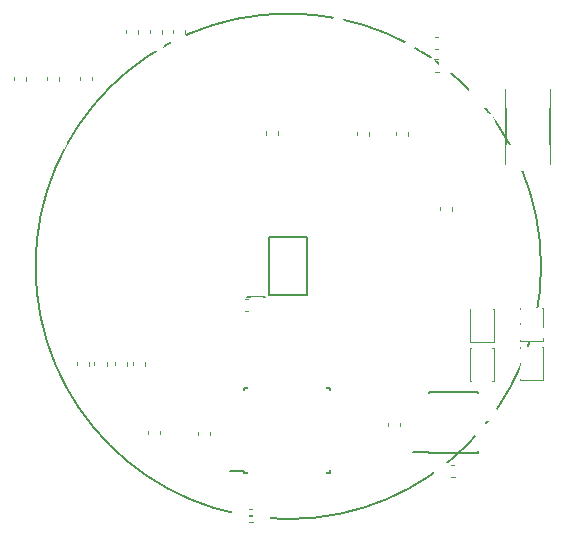
<source format=gbr>
G04 #@! TF.GenerationSoftware,KiCad,Pcbnew,5.0.0-fee4fd1~65~ubuntu16.04.1*
G04 #@! TF.CreationDate,2018-10-30T20:03:04+09:00*
G04 #@! TF.ProjectId,SSL_BLDC,53534C5F424C44432E6B696361645F70,rev?*
G04 #@! TF.SameCoordinates,Original*
G04 #@! TF.FileFunction,Legend,Bot*
G04 #@! TF.FilePolarity,Positive*
%FSLAX46Y46*%
G04 Gerber Fmt 4.6, Leading zero omitted, Abs format (unit mm)*
G04 Created by KiCad (PCBNEW 5.0.0-fee4fd1~65~ubuntu16.04.1) date Tue Oct 30 20:03:04 2018*
%MOMM*%
%LPD*%
G01*
G04 APERTURE LIST*
%ADD10C,0.200000*%
%ADD11C,0.120000*%
%ADD12C,0.150000*%
%ADD13C,0.127000*%
%ADD14C,0.100000*%
%ADD15C,1.350000*%
%ADD16C,2.300000*%
%ADD17C,2.950000*%
%ADD18C,3.600000*%
%ADD19C,2.275000*%
%ADD20C,1.075000*%
%ADD21R,1.925000X1.100000*%
%ADD22R,1.600000X1.000000*%
%ADD23R,1.000000X1.600000*%
%ADD24R,3.770000X2.300000*%
%ADD25R,1.950000X1.000000*%
%ADD26C,0.300000*%
%ADD27C,1.000000*%
G04 APERTURE END LIST*
D10*
X98900002Y-47500000D02*
G75*
G03X98900002Y-47500000I-21400002J0D01*
G01*
D11*
G04 #@! TO.C,C1*
X55310000Y-31808267D02*
X55310000Y-31465733D01*
X54290000Y-31808267D02*
X54290000Y-31465733D01*
G04 #@! TO.C,C3*
X57090000Y-31808267D02*
X57090000Y-31465733D01*
X58110000Y-31808267D02*
X58110000Y-31465733D01*
G04 #@! TO.C,C4*
X60910000Y-31808267D02*
X60910000Y-31465733D01*
X59890000Y-31808267D02*
X59890000Y-31465733D01*
G04 #@! TO.C,C5*
X65640000Y-61746267D02*
X65640000Y-61403733D01*
X66660000Y-61746267D02*
X66660000Y-61403733D01*
G04 #@! TO.C,C15*
X75590000Y-36078733D02*
X75590000Y-36421267D01*
X76610000Y-36078733D02*
X76610000Y-36421267D01*
G04 #@! TO.C,C16*
X83315000Y-36153733D02*
X83315000Y-36496267D01*
X84335000Y-36153733D02*
X84335000Y-36496267D01*
G04 #@! TO.C,R1*
X67740000Y-27503733D02*
X67740000Y-27846267D01*
X68760000Y-27503733D02*
X68760000Y-27846267D01*
G04 #@! TO.C,R2*
X65750000Y-27463733D02*
X65750000Y-27806267D01*
X66770000Y-27463733D02*
X66770000Y-27806267D01*
G04 #@! TO.C,R3*
X64770000Y-27463733D02*
X64770000Y-27806267D01*
X63750000Y-27463733D02*
X63750000Y-27806267D01*
G04 #@! TO.C,R4*
X74153733Y-69110000D02*
X74496267Y-69110000D01*
X74153733Y-68090000D02*
X74496267Y-68090000D01*
G04 #@! TO.C,R5*
X69890000Y-61846267D02*
X69890000Y-61503733D01*
X70910000Y-61846267D02*
X70910000Y-61503733D01*
G04 #@! TO.C,R6*
X59590000Y-55603733D02*
X59590000Y-55946267D01*
X60610000Y-55603733D02*
X60610000Y-55946267D01*
G04 #@! TO.C,R7*
X90246267Y-29110000D02*
X89903733Y-29110000D01*
X90246267Y-28090000D02*
X89903733Y-28090000D01*
G04 #@! TO.C,R8*
X63860000Y-55603733D02*
X63860000Y-55946267D01*
X62840000Y-55603733D02*
X62840000Y-55946267D01*
G04 #@! TO.C,R11*
X90246267Y-31010000D02*
X89903733Y-31010000D01*
X90246267Y-29990000D02*
X89903733Y-29990000D01*
G04 #@! TO.C,R14*
X61090000Y-55603733D02*
X61090000Y-55946267D01*
X62110000Y-55603733D02*
X62110000Y-55946267D01*
G04 #@! TO.C,R27*
X65360000Y-55603733D02*
X65360000Y-55946267D01*
X64340000Y-55603733D02*
X64340000Y-55946267D01*
G04 #@! TO.C,C2*
X74146267Y-50290000D02*
X73803733Y-50290000D01*
X74146267Y-51310000D02*
X73803733Y-51310000D01*
D10*
G04 #@! TO.C,IC1*
X75870000Y-49950000D02*
X79070000Y-49950000D01*
X79070000Y-49950000D02*
X79070000Y-45050000D01*
X79070000Y-45050000D02*
X75870000Y-45050000D01*
X75870000Y-45050000D02*
X75870000Y-49950000D01*
X73995000Y-50105000D02*
X75520000Y-50105000D01*
D12*
G04 #@! TO.C,U1*
X73775000Y-65025000D02*
X73775000Y-64800000D01*
X81025000Y-65025000D02*
X81025000Y-64725000D01*
X81025000Y-57775000D02*
X81025000Y-58075000D01*
X73775000Y-57775000D02*
X73775000Y-58075000D01*
X73775000Y-65025000D02*
X74075000Y-65025000D01*
X73775000Y-57775000D02*
X74075000Y-57775000D01*
X81025000Y-57775000D02*
X80725000Y-57775000D01*
X81025000Y-65025000D02*
X80725000Y-65025000D01*
X73775000Y-64800000D02*
X72550000Y-64800000D01*
D13*
G04 #@! TO.C,R50*
X99665000Y-38825000D02*
X99665000Y-32525000D01*
X95935000Y-38825000D02*
X95935000Y-32525000D01*
D11*
G04 #@! TO.C,C17*
X86640000Y-36128733D02*
X86640000Y-36471267D01*
X87660000Y-36128733D02*
X87660000Y-36471267D01*
D12*
G04 #@! TO.C,U3*
X89425000Y-63275000D02*
X89425000Y-63225000D01*
X93575000Y-63275000D02*
X93575000Y-63130000D01*
X93575000Y-58125000D02*
X93575000Y-58270000D01*
X89425000Y-58125000D02*
X89425000Y-58270000D01*
X89425000Y-63275000D02*
X93575000Y-63275000D01*
X89425000Y-58125000D02*
X93575000Y-58125000D01*
X89425000Y-63225000D02*
X88025000Y-63225000D01*
D11*
G04 #@! TO.C,C18*
X85940000Y-60728733D02*
X85940000Y-61071267D01*
X86960000Y-60728733D02*
X86960000Y-61071267D01*
G04 #@! TO.C,R51*
X91596267Y-64290000D02*
X91253733Y-64290000D01*
X91596267Y-65310000D02*
X91253733Y-65310000D01*
G04 #@! TO.C,R48*
X90340000Y-42503733D02*
X90340000Y-42846267D01*
X91360000Y-42503733D02*
X91360000Y-42846267D01*
G04 #@! TO.C,JP3*
X92900000Y-51075000D02*
X92900000Y-53875000D01*
X92900000Y-53875000D02*
X94900000Y-53875000D01*
X94900000Y-53875000D02*
X94900000Y-51075000D01*
X94900000Y-51075000D02*
X92900000Y-51075000D01*
G04 #@! TO.C,JP4*
X94900000Y-57250000D02*
X94900000Y-54450000D01*
X94900000Y-54450000D02*
X92900000Y-54450000D01*
X92900000Y-54450000D02*
X92900000Y-57250000D01*
X92900000Y-57250000D02*
X94900000Y-57250000D01*
G04 #@! TO.C,JP5*
X99100000Y-51025000D02*
X97100000Y-51025000D01*
X99100000Y-53825000D02*
X99100000Y-51025000D01*
X97100000Y-53825000D02*
X99100000Y-53825000D01*
X97100000Y-51025000D02*
X97100000Y-53825000D01*
G04 #@! TO.C,JP6*
X97100000Y-57125000D02*
X99100000Y-57125000D01*
X97100000Y-54325000D02*
X97100000Y-57125000D01*
X99100000Y-54325000D02*
X97100000Y-54325000D01*
X99100000Y-57125000D02*
X99100000Y-54325000D01*
G04 #@! TD*
%LPC*%
D14*
G04 #@! TO.C,C1*
G36*
X55170581Y-31788625D02*
X55203343Y-31793485D01*
X55235471Y-31801533D01*
X55266656Y-31812691D01*
X55296596Y-31826852D01*
X55325005Y-31843879D01*
X55351608Y-31863609D01*
X55376149Y-31885851D01*
X55398391Y-31910392D01*
X55418121Y-31936995D01*
X55435148Y-31965404D01*
X55449309Y-31995344D01*
X55460467Y-32026529D01*
X55468515Y-32058657D01*
X55473375Y-32091419D01*
X55475000Y-32124500D01*
X55475000Y-32899500D01*
X55473375Y-32932581D01*
X55468515Y-32965343D01*
X55460467Y-32997471D01*
X55449309Y-33028656D01*
X55435148Y-33058596D01*
X55418121Y-33087005D01*
X55398391Y-33113608D01*
X55376149Y-33138149D01*
X55351608Y-33160391D01*
X55325005Y-33180121D01*
X55296596Y-33197148D01*
X55266656Y-33211309D01*
X55235471Y-33222467D01*
X55203343Y-33230515D01*
X55170581Y-33235375D01*
X55137500Y-33237000D01*
X54462500Y-33237000D01*
X54429419Y-33235375D01*
X54396657Y-33230515D01*
X54364529Y-33222467D01*
X54333344Y-33211309D01*
X54303404Y-33197148D01*
X54274995Y-33180121D01*
X54248392Y-33160391D01*
X54223851Y-33138149D01*
X54201609Y-33113608D01*
X54181879Y-33087005D01*
X54164852Y-33058596D01*
X54150691Y-33028656D01*
X54139533Y-32997471D01*
X54131485Y-32965343D01*
X54126625Y-32932581D01*
X54125000Y-32899500D01*
X54125000Y-32124500D01*
X54126625Y-32091419D01*
X54131485Y-32058657D01*
X54139533Y-32026529D01*
X54150691Y-31995344D01*
X54164852Y-31965404D01*
X54181879Y-31936995D01*
X54201609Y-31910392D01*
X54223851Y-31885851D01*
X54248392Y-31863609D01*
X54274995Y-31843879D01*
X54303404Y-31826852D01*
X54333344Y-31812691D01*
X54364529Y-31801533D01*
X54396657Y-31793485D01*
X54429419Y-31788625D01*
X54462500Y-31787000D01*
X55137500Y-31787000D01*
X55170581Y-31788625D01*
X55170581Y-31788625D01*
G37*
D15*
X54800000Y-32512000D03*
D14*
G36*
X55170581Y-30038625D02*
X55203343Y-30043485D01*
X55235471Y-30051533D01*
X55266656Y-30062691D01*
X55296596Y-30076852D01*
X55325005Y-30093879D01*
X55351608Y-30113609D01*
X55376149Y-30135851D01*
X55398391Y-30160392D01*
X55418121Y-30186995D01*
X55435148Y-30215404D01*
X55449309Y-30245344D01*
X55460467Y-30276529D01*
X55468515Y-30308657D01*
X55473375Y-30341419D01*
X55475000Y-30374500D01*
X55475000Y-31149500D01*
X55473375Y-31182581D01*
X55468515Y-31215343D01*
X55460467Y-31247471D01*
X55449309Y-31278656D01*
X55435148Y-31308596D01*
X55418121Y-31337005D01*
X55398391Y-31363608D01*
X55376149Y-31388149D01*
X55351608Y-31410391D01*
X55325005Y-31430121D01*
X55296596Y-31447148D01*
X55266656Y-31461309D01*
X55235471Y-31472467D01*
X55203343Y-31480515D01*
X55170581Y-31485375D01*
X55137500Y-31487000D01*
X54462500Y-31487000D01*
X54429419Y-31485375D01*
X54396657Y-31480515D01*
X54364529Y-31472467D01*
X54333344Y-31461309D01*
X54303404Y-31447148D01*
X54274995Y-31430121D01*
X54248392Y-31410391D01*
X54223851Y-31388149D01*
X54201609Y-31363608D01*
X54181879Y-31337005D01*
X54164852Y-31308596D01*
X54150691Y-31278656D01*
X54139533Y-31247471D01*
X54131485Y-31215343D01*
X54126625Y-31182581D01*
X54125000Y-31149500D01*
X54125000Y-30374500D01*
X54126625Y-30341419D01*
X54131485Y-30308657D01*
X54139533Y-30276529D01*
X54150691Y-30245344D01*
X54164852Y-30215404D01*
X54181879Y-30186995D01*
X54201609Y-30160392D01*
X54223851Y-30135851D01*
X54248392Y-30113609D01*
X54274995Y-30093879D01*
X54303404Y-30076852D01*
X54333344Y-30062691D01*
X54364529Y-30051533D01*
X54396657Y-30043485D01*
X54429419Y-30038625D01*
X54462500Y-30037000D01*
X55137500Y-30037000D01*
X55170581Y-30038625D01*
X55170581Y-30038625D01*
G37*
D15*
X54800000Y-30762000D03*
G04 #@! TD*
D16*
G04 #@! TO.C,J2*
X88940000Y-35520000D03*
X91440000Y-35520000D03*
X93940000Y-35520000D03*
X88940000Y-33020000D03*
X91440000Y-33020000D03*
X93940000Y-33020000D03*
D17*
X93940000Y-25840000D03*
X88940000Y-25840000D03*
G04 #@! TD*
D14*
G04 #@! TO.C,C3*
G36*
X57970581Y-30038625D02*
X58003343Y-30043485D01*
X58035471Y-30051533D01*
X58066656Y-30062691D01*
X58096596Y-30076852D01*
X58125005Y-30093879D01*
X58151608Y-30113609D01*
X58176149Y-30135851D01*
X58198391Y-30160392D01*
X58218121Y-30186995D01*
X58235148Y-30215404D01*
X58249309Y-30245344D01*
X58260467Y-30276529D01*
X58268515Y-30308657D01*
X58273375Y-30341419D01*
X58275000Y-30374500D01*
X58275000Y-31149500D01*
X58273375Y-31182581D01*
X58268515Y-31215343D01*
X58260467Y-31247471D01*
X58249309Y-31278656D01*
X58235148Y-31308596D01*
X58218121Y-31337005D01*
X58198391Y-31363608D01*
X58176149Y-31388149D01*
X58151608Y-31410391D01*
X58125005Y-31430121D01*
X58096596Y-31447148D01*
X58066656Y-31461309D01*
X58035471Y-31472467D01*
X58003343Y-31480515D01*
X57970581Y-31485375D01*
X57937500Y-31487000D01*
X57262500Y-31487000D01*
X57229419Y-31485375D01*
X57196657Y-31480515D01*
X57164529Y-31472467D01*
X57133344Y-31461309D01*
X57103404Y-31447148D01*
X57074995Y-31430121D01*
X57048392Y-31410391D01*
X57023851Y-31388149D01*
X57001609Y-31363608D01*
X56981879Y-31337005D01*
X56964852Y-31308596D01*
X56950691Y-31278656D01*
X56939533Y-31247471D01*
X56931485Y-31215343D01*
X56926625Y-31182581D01*
X56925000Y-31149500D01*
X56925000Y-30374500D01*
X56926625Y-30341419D01*
X56931485Y-30308657D01*
X56939533Y-30276529D01*
X56950691Y-30245344D01*
X56964852Y-30215404D01*
X56981879Y-30186995D01*
X57001609Y-30160392D01*
X57023851Y-30135851D01*
X57048392Y-30113609D01*
X57074995Y-30093879D01*
X57103404Y-30076852D01*
X57133344Y-30062691D01*
X57164529Y-30051533D01*
X57196657Y-30043485D01*
X57229419Y-30038625D01*
X57262500Y-30037000D01*
X57937500Y-30037000D01*
X57970581Y-30038625D01*
X57970581Y-30038625D01*
G37*
D15*
X57600000Y-30762000D03*
D14*
G36*
X57970581Y-31788625D02*
X58003343Y-31793485D01*
X58035471Y-31801533D01*
X58066656Y-31812691D01*
X58096596Y-31826852D01*
X58125005Y-31843879D01*
X58151608Y-31863609D01*
X58176149Y-31885851D01*
X58198391Y-31910392D01*
X58218121Y-31936995D01*
X58235148Y-31965404D01*
X58249309Y-31995344D01*
X58260467Y-32026529D01*
X58268515Y-32058657D01*
X58273375Y-32091419D01*
X58275000Y-32124500D01*
X58275000Y-32899500D01*
X58273375Y-32932581D01*
X58268515Y-32965343D01*
X58260467Y-32997471D01*
X58249309Y-33028656D01*
X58235148Y-33058596D01*
X58218121Y-33087005D01*
X58198391Y-33113608D01*
X58176149Y-33138149D01*
X58151608Y-33160391D01*
X58125005Y-33180121D01*
X58096596Y-33197148D01*
X58066656Y-33211309D01*
X58035471Y-33222467D01*
X58003343Y-33230515D01*
X57970581Y-33235375D01*
X57937500Y-33237000D01*
X57262500Y-33237000D01*
X57229419Y-33235375D01*
X57196657Y-33230515D01*
X57164529Y-33222467D01*
X57133344Y-33211309D01*
X57103404Y-33197148D01*
X57074995Y-33180121D01*
X57048392Y-33160391D01*
X57023851Y-33138149D01*
X57001609Y-33113608D01*
X56981879Y-33087005D01*
X56964852Y-33058596D01*
X56950691Y-33028656D01*
X56939533Y-32997471D01*
X56931485Y-32965343D01*
X56926625Y-32932581D01*
X56925000Y-32899500D01*
X56925000Y-32124500D01*
X56926625Y-32091419D01*
X56931485Y-32058657D01*
X56939533Y-32026529D01*
X56950691Y-31995344D01*
X56964852Y-31965404D01*
X56981879Y-31936995D01*
X57001609Y-31910392D01*
X57023851Y-31885851D01*
X57048392Y-31863609D01*
X57074995Y-31843879D01*
X57103404Y-31826852D01*
X57133344Y-31812691D01*
X57164529Y-31801533D01*
X57196657Y-31793485D01*
X57229419Y-31788625D01*
X57262500Y-31787000D01*
X57937500Y-31787000D01*
X57970581Y-31788625D01*
X57970581Y-31788625D01*
G37*
D15*
X57600000Y-32512000D03*
G04 #@! TD*
D14*
G04 #@! TO.C,C4*
G36*
X60770581Y-31788625D02*
X60803343Y-31793485D01*
X60835471Y-31801533D01*
X60866656Y-31812691D01*
X60896596Y-31826852D01*
X60925005Y-31843879D01*
X60951608Y-31863609D01*
X60976149Y-31885851D01*
X60998391Y-31910392D01*
X61018121Y-31936995D01*
X61035148Y-31965404D01*
X61049309Y-31995344D01*
X61060467Y-32026529D01*
X61068515Y-32058657D01*
X61073375Y-32091419D01*
X61075000Y-32124500D01*
X61075000Y-32899500D01*
X61073375Y-32932581D01*
X61068515Y-32965343D01*
X61060467Y-32997471D01*
X61049309Y-33028656D01*
X61035148Y-33058596D01*
X61018121Y-33087005D01*
X60998391Y-33113608D01*
X60976149Y-33138149D01*
X60951608Y-33160391D01*
X60925005Y-33180121D01*
X60896596Y-33197148D01*
X60866656Y-33211309D01*
X60835471Y-33222467D01*
X60803343Y-33230515D01*
X60770581Y-33235375D01*
X60737500Y-33237000D01*
X60062500Y-33237000D01*
X60029419Y-33235375D01*
X59996657Y-33230515D01*
X59964529Y-33222467D01*
X59933344Y-33211309D01*
X59903404Y-33197148D01*
X59874995Y-33180121D01*
X59848392Y-33160391D01*
X59823851Y-33138149D01*
X59801609Y-33113608D01*
X59781879Y-33087005D01*
X59764852Y-33058596D01*
X59750691Y-33028656D01*
X59739533Y-32997471D01*
X59731485Y-32965343D01*
X59726625Y-32932581D01*
X59725000Y-32899500D01*
X59725000Y-32124500D01*
X59726625Y-32091419D01*
X59731485Y-32058657D01*
X59739533Y-32026529D01*
X59750691Y-31995344D01*
X59764852Y-31965404D01*
X59781879Y-31936995D01*
X59801609Y-31910392D01*
X59823851Y-31885851D01*
X59848392Y-31863609D01*
X59874995Y-31843879D01*
X59903404Y-31826852D01*
X59933344Y-31812691D01*
X59964529Y-31801533D01*
X59996657Y-31793485D01*
X60029419Y-31788625D01*
X60062500Y-31787000D01*
X60737500Y-31787000D01*
X60770581Y-31788625D01*
X60770581Y-31788625D01*
G37*
D15*
X60400000Y-32512000D03*
D14*
G36*
X60770581Y-30038625D02*
X60803343Y-30043485D01*
X60835471Y-30051533D01*
X60866656Y-30062691D01*
X60896596Y-30076852D01*
X60925005Y-30093879D01*
X60951608Y-30113609D01*
X60976149Y-30135851D01*
X60998391Y-30160392D01*
X61018121Y-30186995D01*
X61035148Y-30215404D01*
X61049309Y-30245344D01*
X61060467Y-30276529D01*
X61068515Y-30308657D01*
X61073375Y-30341419D01*
X61075000Y-30374500D01*
X61075000Y-31149500D01*
X61073375Y-31182581D01*
X61068515Y-31215343D01*
X61060467Y-31247471D01*
X61049309Y-31278656D01*
X61035148Y-31308596D01*
X61018121Y-31337005D01*
X60998391Y-31363608D01*
X60976149Y-31388149D01*
X60951608Y-31410391D01*
X60925005Y-31430121D01*
X60896596Y-31447148D01*
X60866656Y-31461309D01*
X60835471Y-31472467D01*
X60803343Y-31480515D01*
X60770581Y-31485375D01*
X60737500Y-31487000D01*
X60062500Y-31487000D01*
X60029419Y-31485375D01*
X59996657Y-31480515D01*
X59964529Y-31472467D01*
X59933344Y-31461309D01*
X59903404Y-31447148D01*
X59874995Y-31430121D01*
X59848392Y-31410391D01*
X59823851Y-31388149D01*
X59801609Y-31363608D01*
X59781879Y-31337005D01*
X59764852Y-31308596D01*
X59750691Y-31278656D01*
X59739533Y-31247471D01*
X59731485Y-31215343D01*
X59726625Y-31182581D01*
X59725000Y-31149500D01*
X59725000Y-30374500D01*
X59726625Y-30341419D01*
X59731485Y-30308657D01*
X59739533Y-30276529D01*
X59750691Y-30245344D01*
X59764852Y-30215404D01*
X59781879Y-30186995D01*
X59801609Y-30160392D01*
X59823851Y-30135851D01*
X59848392Y-30113609D01*
X59874995Y-30093879D01*
X59903404Y-30076852D01*
X59933344Y-30062691D01*
X59964529Y-30051533D01*
X59996657Y-30043485D01*
X60029419Y-30038625D01*
X60062500Y-30037000D01*
X60737500Y-30037000D01*
X60770581Y-30038625D01*
X60770581Y-30038625D01*
G37*
D15*
X60400000Y-30762000D03*
G04 #@! TD*
D14*
G04 #@! TO.C,C5*
G36*
X66520581Y-59976625D02*
X66553343Y-59981485D01*
X66585471Y-59989533D01*
X66616656Y-60000691D01*
X66646596Y-60014852D01*
X66675005Y-60031879D01*
X66701608Y-60051609D01*
X66726149Y-60073851D01*
X66748391Y-60098392D01*
X66768121Y-60124995D01*
X66785148Y-60153404D01*
X66799309Y-60183344D01*
X66810467Y-60214529D01*
X66818515Y-60246657D01*
X66823375Y-60279419D01*
X66825000Y-60312500D01*
X66825000Y-61087500D01*
X66823375Y-61120581D01*
X66818515Y-61153343D01*
X66810467Y-61185471D01*
X66799309Y-61216656D01*
X66785148Y-61246596D01*
X66768121Y-61275005D01*
X66748391Y-61301608D01*
X66726149Y-61326149D01*
X66701608Y-61348391D01*
X66675005Y-61368121D01*
X66646596Y-61385148D01*
X66616656Y-61399309D01*
X66585471Y-61410467D01*
X66553343Y-61418515D01*
X66520581Y-61423375D01*
X66487500Y-61425000D01*
X65812500Y-61425000D01*
X65779419Y-61423375D01*
X65746657Y-61418515D01*
X65714529Y-61410467D01*
X65683344Y-61399309D01*
X65653404Y-61385148D01*
X65624995Y-61368121D01*
X65598392Y-61348391D01*
X65573851Y-61326149D01*
X65551609Y-61301608D01*
X65531879Y-61275005D01*
X65514852Y-61246596D01*
X65500691Y-61216656D01*
X65489533Y-61185471D01*
X65481485Y-61153343D01*
X65476625Y-61120581D01*
X65475000Y-61087500D01*
X65475000Y-60312500D01*
X65476625Y-60279419D01*
X65481485Y-60246657D01*
X65489533Y-60214529D01*
X65500691Y-60183344D01*
X65514852Y-60153404D01*
X65531879Y-60124995D01*
X65551609Y-60098392D01*
X65573851Y-60073851D01*
X65598392Y-60051609D01*
X65624995Y-60031879D01*
X65653404Y-60014852D01*
X65683344Y-60000691D01*
X65714529Y-59989533D01*
X65746657Y-59981485D01*
X65779419Y-59976625D01*
X65812500Y-59975000D01*
X66487500Y-59975000D01*
X66520581Y-59976625D01*
X66520581Y-59976625D01*
G37*
D15*
X66150000Y-60700000D03*
D14*
G36*
X66520581Y-61726625D02*
X66553343Y-61731485D01*
X66585471Y-61739533D01*
X66616656Y-61750691D01*
X66646596Y-61764852D01*
X66675005Y-61781879D01*
X66701608Y-61801609D01*
X66726149Y-61823851D01*
X66748391Y-61848392D01*
X66768121Y-61874995D01*
X66785148Y-61903404D01*
X66799309Y-61933344D01*
X66810467Y-61964529D01*
X66818515Y-61996657D01*
X66823375Y-62029419D01*
X66825000Y-62062500D01*
X66825000Y-62837500D01*
X66823375Y-62870581D01*
X66818515Y-62903343D01*
X66810467Y-62935471D01*
X66799309Y-62966656D01*
X66785148Y-62996596D01*
X66768121Y-63025005D01*
X66748391Y-63051608D01*
X66726149Y-63076149D01*
X66701608Y-63098391D01*
X66675005Y-63118121D01*
X66646596Y-63135148D01*
X66616656Y-63149309D01*
X66585471Y-63160467D01*
X66553343Y-63168515D01*
X66520581Y-63173375D01*
X66487500Y-63175000D01*
X65812500Y-63175000D01*
X65779419Y-63173375D01*
X65746657Y-63168515D01*
X65714529Y-63160467D01*
X65683344Y-63149309D01*
X65653404Y-63135148D01*
X65624995Y-63118121D01*
X65598392Y-63098391D01*
X65573851Y-63076149D01*
X65551609Y-63051608D01*
X65531879Y-63025005D01*
X65514852Y-62996596D01*
X65500691Y-62966656D01*
X65489533Y-62935471D01*
X65481485Y-62903343D01*
X65476625Y-62870581D01*
X65475000Y-62837500D01*
X65475000Y-62062500D01*
X65476625Y-62029419D01*
X65481485Y-61996657D01*
X65489533Y-61964529D01*
X65500691Y-61933344D01*
X65514852Y-61903404D01*
X65531879Y-61874995D01*
X65551609Y-61848392D01*
X65573851Y-61823851D01*
X65598392Y-61801609D01*
X65624995Y-61781879D01*
X65653404Y-61764852D01*
X65683344Y-61750691D01*
X65714529Y-61739533D01*
X65746657Y-61731485D01*
X65779419Y-61726625D01*
X65812500Y-61725000D01*
X66487500Y-61725000D01*
X66520581Y-61726625D01*
X66520581Y-61726625D01*
G37*
D15*
X66150000Y-62450000D03*
G04 #@! TD*
D14*
G04 #@! TO.C,C15*
G36*
X76470581Y-34651625D02*
X76503343Y-34656485D01*
X76535471Y-34664533D01*
X76566656Y-34675691D01*
X76596596Y-34689852D01*
X76625005Y-34706879D01*
X76651608Y-34726609D01*
X76676149Y-34748851D01*
X76698391Y-34773392D01*
X76718121Y-34799995D01*
X76735148Y-34828404D01*
X76749309Y-34858344D01*
X76760467Y-34889529D01*
X76768515Y-34921657D01*
X76773375Y-34954419D01*
X76775000Y-34987500D01*
X76775000Y-35762500D01*
X76773375Y-35795581D01*
X76768515Y-35828343D01*
X76760467Y-35860471D01*
X76749309Y-35891656D01*
X76735148Y-35921596D01*
X76718121Y-35950005D01*
X76698391Y-35976608D01*
X76676149Y-36001149D01*
X76651608Y-36023391D01*
X76625005Y-36043121D01*
X76596596Y-36060148D01*
X76566656Y-36074309D01*
X76535471Y-36085467D01*
X76503343Y-36093515D01*
X76470581Y-36098375D01*
X76437500Y-36100000D01*
X75762500Y-36100000D01*
X75729419Y-36098375D01*
X75696657Y-36093515D01*
X75664529Y-36085467D01*
X75633344Y-36074309D01*
X75603404Y-36060148D01*
X75574995Y-36043121D01*
X75548392Y-36023391D01*
X75523851Y-36001149D01*
X75501609Y-35976608D01*
X75481879Y-35950005D01*
X75464852Y-35921596D01*
X75450691Y-35891656D01*
X75439533Y-35860471D01*
X75431485Y-35828343D01*
X75426625Y-35795581D01*
X75425000Y-35762500D01*
X75425000Y-34987500D01*
X75426625Y-34954419D01*
X75431485Y-34921657D01*
X75439533Y-34889529D01*
X75450691Y-34858344D01*
X75464852Y-34828404D01*
X75481879Y-34799995D01*
X75501609Y-34773392D01*
X75523851Y-34748851D01*
X75548392Y-34726609D01*
X75574995Y-34706879D01*
X75603404Y-34689852D01*
X75633344Y-34675691D01*
X75664529Y-34664533D01*
X75696657Y-34656485D01*
X75729419Y-34651625D01*
X75762500Y-34650000D01*
X76437500Y-34650000D01*
X76470581Y-34651625D01*
X76470581Y-34651625D01*
G37*
D15*
X76100000Y-35375000D03*
D14*
G36*
X76470581Y-36401625D02*
X76503343Y-36406485D01*
X76535471Y-36414533D01*
X76566656Y-36425691D01*
X76596596Y-36439852D01*
X76625005Y-36456879D01*
X76651608Y-36476609D01*
X76676149Y-36498851D01*
X76698391Y-36523392D01*
X76718121Y-36549995D01*
X76735148Y-36578404D01*
X76749309Y-36608344D01*
X76760467Y-36639529D01*
X76768515Y-36671657D01*
X76773375Y-36704419D01*
X76775000Y-36737500D01*
X76775000Y-37512500D01*
X76773375Y-37545581D01*
X76768515Y-37578343D01*
X76760467Y-37610471D01*
X76749309Y-37641656D01*
X76735148Y-37671596D01*
X76718121Y-37700005D01*
X76698391Y-37726608D01*
X76676149Y-37751149D01*
X76651608Y-37773391D01*
X76625005Y-37793121D01*
X76596596Y-37810148D01*
X76566656Y-37824309D01*
X76535471Y-37835467D01*
X76503343Y-37843515D01*
X76470581Y-37848375D01*
X76437500Y-37850000D01*
X75762500Y-37850000D01*
X75729419Y-37848375D01*
X75696657Y-37843515D01*
X75664529Y-37835467D01*
X75633344Y-37824309D01*
X75603404Y-37810148D01*
X75574995Y-37793121D01*
X75548392Y-37773391D01*
X75523851Y-37751149D01*
X75501609Y-37726608D01*
X75481879Y-37700005D01*
X75464852Y-37671596D01*
X75450691Y-37641656D01*
X75439533Y-37610471D01*
X75431485Y-37578343D01*
X75426625Y-37545581D01*
X75425000Y-37512500D01*
X75425000Y-36737500D01*
X75426625Y-36704419D01*
X75431485Y-36671657D01*
X75439533Y-36639529D01*
X75450691Y-36608344D01*
X75464852Y-36578404D01*
X75481879Y-36549995D01*
X75501609Y-36523392D01*
X75523851Y-36498851D01*
X75548392Y-36476609D01*
X75574995Y-36456879D01*
X75603404Y-36439852D01*
X75633344Y-36425691D01*
X75664529Y-36414533D01*
X75696657Y-36406485D01*
X75729419Y-36401625D01*
X75762500Y-36400000D01*
X76437500Y-36400000D01*
X76470581Y-36401625D01*
X76470581Y-36401625D01*
G37*
D15*
X76100000Y-37125000D03*
G04 #@! TD*
D14*
G04 #@! TO.C,C16*
G36*
X84195581Y-34726625D02*
X84228343Y-34731485D01*
X84260471Y-34739533D01*
X84291656Y-34750691D01*
X84321596Y-34764852D01*
X84350005Y-34781879D01*
X84376608Y-34801609D01*
X84401149Y-34823851D01*
X84423391Y-34848392D01*
X84443121Y-34874995D01*
X84460148Y-34903404D01*
X84474309Y-34933344D01*
X84485467Y-34964529D01*
X84493515Y-34996657D01*
X84498375Y-35029419D01*
X84500000Y-35062500D01*
X84500000Y-35837500D01*
X84498375Y-35870581D01*
X84493515Y-35903343D01*
X84485467Y-35935471D01*
X84474309Y-35966656D01*
X84460148Y-35996596D01*
X84443121Y-36025005D01*
X84423391Y-36051608D01*
X84401149Y-36076149D01*
X84376608Y-36098391D01*
X84350005Y-36118121D01*
X84321596Y-36135148D01*
X84291656Y-36149309D01*
X84260471Y-36160467D01*
X84228343Y-36168515D01*
X84195581Y-36173375D01*
X84162500Y-36175000D01*
X83487500Y-36175000D01*
X83454419Y-36173375D01*
X83421657Y-36168515D01*
X83389529Y-36160467D01*
X83358344Y-36149309D01*
X83328404Y-36135148D01*
X83299995Y-36118121D01*
X83273392Y-36098391D01*
X83248851Y-36076149D01*
X83226609Y-36051608D01*
X83206879Y-36025005D01*
X83189852Y-35996596D01*
X83175691Y-35966656D01*
X83164533Y-35935471D01*
X83156485Y-35903343D01*
X83151625Y-35870581D01*
X83150000Y-35837500D01*
X83150000Y-35062500D01*
X83151625Y-35029419D01*
X83156485Y-34996657D01*
X83164533Y-34964529D01*
X83175691Y-34933344D01*
X83189852Y-34903404D01*
X83206879Y-34874995D01*
X83226609Y-34848392D01*
X83248851Y-34823851D01*
X83273392Y-34801609D01*
X83299995Y-34781879D01*
X83328404Y-34764852D01*
X83358344Y-34750691D01*
X83389529Y-34739533D01*
X83421657Y-34731485D01*
X83454419Y-34726625D01*
X83487500Y-34725000D01*
X84162500Y-34725000D01*
X84195581Y-34726625D01*
X84195581Y-34726625D01*
G37*
D15*
X83825000Y-35450000D03*
D14*
G36*
X84195581Y-36476625D02*
X84228343Y-36481485D01*
X84260471Y-36489533D01*
X84291656Y-36500691D01*
X84321596Y-36514852D01*
X84350005Y-36531879D01*
X84376608Y-36551609D01*
X84401149Y-36573851D01*
X84423391Y-36598392D01*
X84443121Y-36624995D01*
X84460148Y-36653404D01*
X84474309Y-36683344D01*
X84485467Y-36714529D01*
X84493515Y-36746657D01*
X84498375Y-36779419D01*
X84500000Y-36812500D01*
X84500000Y-37587500D01*
X84498375Y-37620581D01*
X84493515Y-37653343D01*
X84485467Y-37685471D01*
X84474309Y-37716656D01*
X84460148Y-37746596D01*
X84443121Y-37775005D01*
X84423391Y-37801608D01*
X84401149Y-37826149D01*
X84376608Y-37848391D01*
X84350005Y-37868121D01*
X84321596Y-37885148D01*
X84291656Y-37899309D01*
X84260471Y-37910467D01*
X84228343Y-37918515D01*
X84195581Y-37923375D01*
X84162500Y-37925000D01*
X83487500Y-37925000D01*
X83454419Y-37923375D01*
X83421657Y-37918515D01*
X83389529Y-37910467D01*
X83358344Y-37899309D01*
X83328404Y-37885148D01*
X83299995Y-37868121D01*
X83273392Y-37848391D01*
X83248851Y-37826149D01*
X83226609Y-37801608D01*
X83206879Y-37775005D01*
X83189852Y-37746596D01*
X83175691Y-37716656D01*
X83164533Y-37685471D01*
X83156485Y-37653343D01*
X83151625Y-37620581D01*
X83150000Y-37587500D01*
X83150000Y-36812500D01*
X83151625Y-36779419D01*
X83156485Y-36746657D01*
X83164533Y-36714529D01*
X83175691Y-36683344D01*
X83189852Y-36653404D01*
X83206879Y-36624995D01*
X83226609Y-36598392D01*
X83248851Y-36573851D01*
X83273392Y-36551609D01*
X83299995Y-36531879D01*
X83328404Y-36514852D01*
X83358344Y-36500691D01*
X83389529Y-36489533D01*
X83421657Y-36481485D01*
X83454419Y-36476625D01*
X83487500Y-36475000D01*
X84162500Y-36475000D01*
X84195581Y-36476625D01*
X84195581Y-36476625D01*
G37*
D15*
X83825000Y-37200000D03*
G04 #@! TD*
D18*
G04 #@! TO.C,MH1*
X55000000Y-25000000D03*
G04 #@! TD*
G04 #@! TO.C,MH2*
X100000000Y-25000000D03*
G04 #@! TD*
G04 #@! TO.C,MH3*
X99500000Y-70000000D03*
G04 #@! TD*
G04 #@! TO.C,MH4*
X55000000Y-70000000D03*
G04 #@! TD*
D14*
G04 #@! TO.C,R1*
G36*
X68620581Y-26076625D02*
X68653343Y-26081485D01*
X68685471Y-26089533D01*
X68716656Y-26100691D01*
X68746596Y-26114852D01*
X68775005Y-26131879D01*
X68801608Y-26151609D01*
X68826149Y-26173851D01*
X68848391Y-26198392D01*
X68868121Y-26224995D01*
X68885148Y-26253404D01*
X68899309Y-26283344D01*
X68910467Y-26314529D01*
X68918515Y-26346657D01*
X68923375Y-26379419D01*
X68925000Y-26412500D01*
X68925000Y-27187500D01*
X68923375Y-27220581D01*
X68918515Y-27253343D01*
X68910467Y-27285471D01*
X68899309Y-27316656D01*
X68885148Y-27346596D01*
X68868121Y-27375005D01*
X68848391Y-27401608D01*
X68826149Y-27426149D01*
X68801608Y-27448391D01*
X68775005Y-27468121D01*
X68746596Y-27485148D01*
X68716656Y-27499309D01*
X68685471Y-27510467D01*
X68653343Y-27518515D01*
X68620581Y-27523375D01*
X68587500Y-27525000D01*
X67912500Y-27525000D01*
X67879419Y-27523375D01*
X67846657Y-27518515D01*
X67814529Y-27510467D01*
X67783344Y-27499309D01*
X67753404Y-27485148D01*
X67724995Y-27468121D01*
X67698392Y-27448391D01*
X67673851Y-27426149D01*
X67651609Y-27401608D01*
X67631879Y-27375005D01*
X67614852Y-27346596D01*
X67600691Y-27316656D01*
X67589533Y-27285471D01*
X67581485Y-27253343D01*
X67576625Y-27220581D01*
X67575000Y-27187500D01*
X67575000Y-26412500D01*
X67576625Y-26379419D01*
X67581485Y-26346657D01*
X67589533Y-26314529D01*
X67600691Y-26283344D01*
X67614852Y-26253404D01*
X67631879Y-26224995D01*
X67651609Y-26198392D01*
X67673851Y-26173851D01*
X67698392Y-26151609D01*
X67724995Y-26131879D01*
X67753404Y-26114852D01*
X67783344Y-26100691D01*
X67814529Y-26089533D01*
X67846657Y-26081485D01*
X67879419Y-26076625D01*
X67912500Y-26075000D01*
X68587500Y-26075000D01*
X68620581Y-26076625D01*
X68620581Y-26076625D01*
G37*
D15*
X68250000Y-26800000D03*
D14*
G36*
X68620581Y-27826625D02*
X68653343Y-27831485D01*
X68685471Y-27839533D01*
X68716656Y-27850691D01*
X68746596Y-27864852D01*
X68775005Y-27881879D01*
X68801608Y-27901609D01*
X68826149Y-27923851D01*
X68848391Y-27948392D01*
X68868121Y-27974995D01*
X68885148Y-28003404D01*
X68899309Y-28033344D01*
X68910467Y-28064529D01*
X68918515Y-28096657D01*
X68923375Y-28129419D01*
X68925000Y-28162500D01*
X68925000Y-28937500D01*
X68923375Y-28970581D01*
X68918515Y-29003343D01*
X68910467Y-29035471D01*
X68899309Y-29066656D01*
X68885148Y-29096596D01*
X68868121Y-29125005D01*
X68848391Y-29151608D01*
X68826149Y-29176149D01*
X68801608Y-29198391D01*
X68775005Y-29218121D01*
X68746596Y-29235148D01*
X68716656Y-29249309D01*
X68685471Y-29260467D01*
X68653343Y-29268515D01*
X68620581Y-29273375D01*
X68587500Y-29275000D01*
X67912500Y-29275000D01*
X67879419Y-29273375D01*
X67846657Y-29268515D01*
X67814529Y-29260467D01*
X67783344Y-29249309D01*
X67753404Y-29235148D01*
X67724995Y-29218121D01*
X67698392Y-29198391D01*
X67673851Y-29176149D01*
X67651609Y-29151608D01*
X67631879Y-29125005D01*
X67614852Y-29096596D01*
X67600691Y-29066656D01*
X67589533Y-29035471D01*
X67581485Y-29003343D01*
X67576625Y-28970581D01*
X67575000Y-28937500D01*
X67575000Y-28162500D01*
X67576625Y-28129419D01*
X67581485Y-28096657D01*
X67589533Y-28064529D01*
X67600691Y-28033344D01*
X67614852Y-28003404D01*
X67631879Y-27974995D01*
X67651609Y-27948392D01*
X67673851Y-27923851D01*
X67698392Y-27901609D01*
X67724995Y-27881879D01*
X67753404Y-27864852D01*
X67783344Y-27850691D01*
X67814529Y-27839533D01*
X67846657Y-27831485D01*
X67879419Y-27826625D01*
X67912500Y-27825000D01*
X68587500Y-27825000D01*
X68620581Y-27826625D01*
X68620581Y-27826625D01*
G37*
D15*
X68250000Y-28550000D03*
G04 #@! TD*
D14*
G04 #@! TO.C,R2*
G36*
X66630581Y-26036625D02*
X66663343Y-26041485D01*
X66695471Y-26049533D01*
X66726656Y-26060691D01*
X66756596Y-26074852D01*
X66785005Y-26091879D01*
X66811608Y-26111609D01*
X66836149Y-26133851D01*
X66858391Y-26158392D01*
X66878121Y-26184995D01*
X66895148Y-26213404D01*
X66909309Y-26243344D01*
X66920467Y-26274529D01*
X66928515Y-26306657D01*
X66933375Y-26339419D01*
X66935000Y-26372500D01*
X66935000Y-27147500D01*
X66933375Y-27180581D01*
X66928515Y-27213343D01*
X66920467Y-27245471D01*
X66909309Y-27276656D01*
X66895148Y-27306596D01*
X66878121Y-27335005D01*
X66858391Y-27361608D01*
X66836149Y-27386149D01*
X66811608Y-27408391D01*
X66785005Y-27428121D01*
X66756596Y-27445148D01*
X66726656Y-27459309D01*
X66695471Y-27470467D01*
X66663343Y-27478515D01*
X66630581Y-27483375D01*
X66597500Y-27485000D01*
X65922500Y-27485000D01*
X65889419Y-27483375D01*
X65856657Y-27478515D01*
X65824529Y-27470467D01*
X65793344Y-27459309D01*
X65763404Y-27445148D01*
X65734995Y-27428121D01*
X65708392Y-27408391D01*
X65683851Y-27386149D01*
X65661609Y-27361608D01*
X65641879Y-27335005D01*
X65624852Y-27306596D01*
X65610691Y-27276656D01*
X65599533Y-27245471D01*
X65591485Y-27213343D01*
X65586625Y-27180581D01*
X65585000Y-27147500D01*
X65585000Y-26372500D01*
X65586625Y-26339419D01*
X65591485Y-26306657D01*
X65599533Y-26274529D01*
X65610691Y-26243344D01*
X65624852Y-26213404D01*
X65641879Y-26184995D01*
X65661609Y-26158392D01*
X65683851Y-26133851D01*
X65708392Y-26111609D01*
X65734995Y-26091879D01*
X65763404Y-26074852D01*
X65793344Y-26060691D01*
X65824529Y-26049533D01*
X65856657Y-26041485D01*
X65889419Y-26036625D01*
X65922500Y-26035000D01*
X66597500Y-26035000D01*
X66630581Y-26036625D01*
X66630581Y-26036625D01*
G37*
D15*
X66260000Y-26760000D03*
D14*
G36*
X66630581Y-27786625D02*
X66663343Y-27791485D01*
X66695471Y-27799533D01*
X66726656Y-27810691D01*
X66756596Y-27824852D01*
X66785005Y-27841879D01*
X66811608Y-27861609D01*
X66836149Y-27883851D01*
X66858391Y-27908392D01*
X66878121Y-27934995D01*
X66895148Y-27963404D01*
X66909309Y-27993344D01*
X66920467Y-28024529D01*
X66928515Y-28056657D01*
X66933375Y-28089419D01*
X66935000Y-28122500D01*
X66935000Y-28897500D01*
X66933375Y-28930581D01*
X66928515Y-28963343D01*
X66920467Y-28995471D01*
X66909309Y-29026656D01*
X66895148Y-29056596D01*
X66878121Y-29085005D01*
X66858391Y-29111608D01*
X66836149Y-29136149D01*
X66811608Y-29158391D01*
X66785005Y-29178121D01*
X66756596Y-29195148D01*
X66726656Y-29209309D01*
X66695471Y-29220467D01*
X66663343Y-29228515D01*
X66630581Y-29233375D01*
X66597500Y-29235000D01*
X65922500Y-29235000D01*
X65889419Y-29233375D01*
X65856657Y-29228515D01*
X65824529Y-29220467D01*
X65793344Y-29209309D01*
X65763404Y-29195148D01*
X65734995Y-29178121D01*
X65708392Y-29158391D01*
X65683851Y-29136149D01*
X65661609Y-29111608D01*
X65641879Y-29085005D01*
X65624852Y-29056596D01*
X65610691Y-29026656D01*
X65599533Y-28995471D01*
X65591485Y-28963343D01*
X65586625Y-28930581D01*
X65585000Y-28897500D01*
X65585000Y-28122500D01*
X65586625Y-28089419D01*
X65591485Y-28056657D01*
X65599533Y-28024529D01*
X65610691Y-27993344D01*
X65624852Y-27963404D01*
X65641879Y-27934995D01*
X65661609Y-27908392D01*
X65683851Y-27883851D01*
X65708392Y-27861609D01*
X65734995Y-27841879D01*
X65763404Y-27824852D01*
X65793344Y-27810691D01*
X65824529Y-27799533D01*
X65856657Y-27791485D01*
X65889419Y-27786625D01*
X65922500Y-27785000D01*
X66597500Y-27785000D01*
X66630581Y-27786625D01*
X66630581Y-27786625D01*
G37*
D15*
X66260000Y-28510000D03*
G04 #@! TD*
D14*
G04 #@! TO.C,R3*
G36*
X64630581Y-27786625D02*
X64663343Y-27791485D01*
X64695471Y-27799533D01*
X64726656Y-27810691D01*
X64756596Y-27824852D01*
X64785005Y-27841879D01*
X64811608Y-27861609D01*
X64836149Y-27883851D01*
X64858391Y-27908392D01*
X64878121Y-27934995D01*
X64895148Y-27963404D01*
X64909309Y-27993344D01*
X64920467Y-28024529D01*
X64928515Y-28056657D01*
X64933375Y-28089419D01*
X64935000Y-28122500D01*
X64935000Y-28897500D01*
X64933375Y-28930581D01*
X64928515Y-28963343D01*
X64920467Y-28995471D01*
X64909309Y-29026656D01*
X64895148Y-29056596D01*
X64878121Y-29085005D01*
X64858391Y-29111608D01*
X64836149Y-29136149D01*
X64811608Y-29158391D01*
X64785005Y-29178121D01*
X64756596Y-29195148D01*
X64726656Y-29209309D01*
X64695471Y-29220467D01*
X64663343Y-29228515D01*
X64630581Y-29233375D01*
X64597500Y-29235000D01*
X63922500Y-29235000D01*
X63889419Y-29233375D01*
X63856657Y-29228515D01*
X63824529Y-29220467D01*
X63793344Y-29209309D01*
X63763404Y-29195148D01*
X63734995Y-29178121D01*
X63708392Y-29158391D01*
X63683851Y-29136149D01*
X63661609Y-29111608D01*
X63641879Y-29085005D01*
X63624852Y-29056596D01*
X63610691Y-29026656D01*
X63599533Y-28995471D01*
X63591485Y-28963343D01*
X63586625Y-28930581D01*
X63585000Y-28897500D01*
X63585000Y-28122500D01*
X63586625Y-28089419D01*
X63591485Y-28056657D01*
X63599533Y-28024529D01*
X63610691Y-27993344D01*
X63624852Y-27963404D01*
X63641879Y-27934995D01*
X63661609Y-27908392D01*
X63683851Y-27883851D01*
X63708392Y-27861609D01*
X63734995Y-27841879D01*
X63763404Y-27824852D01*
X63793344Y-27810691D01*
X63824529Y-27799533D01*
X63856657Y-27791485D01*
X63889419Y-27786625D01*
X63922500Y-27785000D01*
X64597500Y-27785000D01*
X64630581Y-27786625D01*
X64630581Y-27786625D01*
G37*
D15*
X64260000Y-28510000D03*
D14*
G36*
X64630581Y-26036625D02*
X64663343Y-26041485D01*
X64695471Y-26049533D01*
X64726656Y-26060691D01*
X64756596Y-26074852D01*
X64785005Y-26091879D01*
X64811608Y-26111609D01*
X64836149Y-26133851D01*
X64858391Y-26158392D01*
X64878121Y-26184995D01*
X64895148Y-26213404D01*
X64909309Y-26243344D01*
X64920467Y-26274529D01*
X64928515Y-26306657D01*
X64933375Y-26339419D01*
X64935000Y-26372500D01*
X64935000Y-27147500D01*
X64933375Y-27180581D01*
X64928515Y-27213343D01*
X64920467Y-27245471D01*
X64909309Y-27276656D01*
X64895148Y-27306596D01*
X64878121Y-27335005D01*
X64858391Y-27361608D01*
X64836149Y-27386149D01*
X64811608Y-27408391D01*
X64785005Y-27428121D01*
X64756596Y-27445148D01*
X64726656Y-27459309D01*
X64695471Y-27470467D01*
X64663343Y-27478515D01*
X64630581Y-27483375D01*
X64597500Y-27485000D01*
X63922500Y-27485000D01*
X63889419Y-27483375D01*
X63856657Y-27478515D01*
X63824529Y-27470467D01*
X63793344Y-27459309D01*
X63763404Y-27445148D01*
X63734995Y-27428121D01*
X63708392Y-27408391D01*
X63683851Y-27386149D01*
X63661609Y-27361608D01*
X63641879Y-27335005D01*
X63624852Y-27306596D01*
X63610691Y-27276656D01*
X63599533Y-27245471D01*
X63591485Y-27213343D01*
X63586625Y-27180581D01*
X63585000Y-27147500D01*
X63585000Y-26372500D01*
X63586625Y-26339419D01*
X63591485Y-26306657D01*
X63599533Y-26274529D01*
X63610691Y-26243344D01*
X63624852Y-26213404D01*
X63641879Y-26184995D01*
X63661609Y-26158392D01*
X63683851Y-26133851D01*
X63708392Y-26111609D01*
X63734995Y-26091879D01*
X63763404Y-26074852D01*
X63793344Y-26060691D01*
X63824529Y-26049533D01*
X63856657Y-26041485D01*
X63889419Y-26036625D01*
X63922500Y-26035000D01*
X64597500Y-26035000D01*
X64630581Y-26036625D01*
X64630581Y-26036625D01*
G37*
D15*
X64260000Y-26760000D03*
G04 #@! TD*
D14*
G04 #@! TO.C,R4*
G36*
X73870581Y-67926625D02*
X73903343Y-67931485D01*
X73935471Y-67939533D01*
X73966656Y-67950691D01*
X73996596Y-67964852D01*
X74025005Y-67981879D01*
X74051608Y-68001609D01*
X74076149Y-68023851D01*
X74098391Y-68048392D01*
X74118121Y-68074995D01*
X74135148Y-68103404D01*
X74149309Y-68133344D01*
X74160467Y-68164529D01*
X74168515Y-68196657D01*
X74173375Y-68229419D01*
X74175000Y-68262500D01*
X74175000Y-68937500D01*
X74173375Y-68970581D01*
X74168515Y-69003343D01*
X74160467Y-69035471D01*
X74149309Y-69066656D01*
X74135148Y-69096596D01*
X74118121Y-69125005D01*
X74098391Y-69151608D01*
X74076149Y-69176149D01*
X74051608Y-69198391D01*
X74025005Y-69218121D01*
X73996596Y-69235148D01*
X73966656Y-69249309D01*
X73935471Y-69260467D01*
X73903343Y-69268515D01*
X73870581Y-69273375D01*
X73837500Y-69275000D01*
X73062500Y-69275000D01*
X73029419Y-69273375D01*
X72996657Y-69268515D01*
X72964529Y-69260467D01*
X72933344Y-69249309D01*
X72903404Y-69235148D01*
X72874995Y-69218121D01*
X72848392Y-69198391D01*
X72823851Y-69176149D01*
X72801609Y-69151608D01*
X72781879Y-69125005D01*
X72764852Y-69096596D01*
X72750691Y-69066656D01*
X72739533Y-69035471D01*
X72731485Y-69003343D01*
X72726625Y-68970581D01*
X72725000Y-68937500D01*
X72725000Y-68262500D01*
X72726625Y-68229419D01*
X72731485Y-68196657D01*
X72739533Y-68164529D01*
X72750691Y-68133344D01*
X72764852Y-68103404D01*
X72781879Y-68074995D01*
X72801609Y-68048392D01*
X72823851Y-68023851D01*
X72848392Y-68001609D01*
X72874995Y-67981879D01*
X72903404Y-67964852D01*
X72933344Y-67950691D01*
X72964529Y-67939533D01*
X72996657Y-67931485D01*
X73029419Y-67926625D01*
X73062500Y-67925000D01*
X73837500Y-67925000D01*
X73870581Y-67926625D01*
X73870581Y-67926625D01*
G37*
D15*
X73450000Y-68600000D03*
D14*
G36*
X75620581Y-67926625D02*
X75653343Y-67931485D01*
X75685471Y-67939533D01*
X75716656Y-67950691D01*
X75746596Y-67964852D01*
X75775005Y-67981879D01*
X75801608Y-68001609D01*
X75826149Y-68023851D01*
X75848391Y-68048392D01*
X75868121Y-68074995D01*
X75885148Y-68103404D01*
X75899309Y-68133344D01*
X75910467Y-68164529D01*
X75918515Y-68196657D01*
X75923375Y-68229419D01*
X75925000Y-68262500D01*
X75925000Y-68937500D01*
X75923375Y-68970581D01*
X75918515Y-69003343D01*
X75910467Y-69035471D01*
X75899309Y-69066656D01*
X75885148Y-69096596D01*
X75868121Y-69125005D01*
X75848391Y-69151608D01*
X75826149Y-69176149D01*
X75801608Y-69198391D01*
X75775005Y-69218121D01*
X75746596Y-69235148D01*
X75716656Y-69249309D01*
X75685471Y-69260467D01*
X75653343Y-69268515D01*
X75620581Y-69273375D01*
X75587500Y-69275000D01*
X74812500Y-69275000D01*
X74779419Y-69273375D01*
X74746657Y-69268515D01*
X74714529Y-69260467D01*
X74683344Y-69249309D01*
X74653404Y-69235148D01*
X74624995Y-69218121D01*
X74598392Y-69198391D01*
X74573851Y-69176149D01*
X74551609Y-69151608D01*
X74531879Y-69125005D01*
X74514852Y-69096596D01*
X74500691Y-69066656D01*
X74489533Y-69035471D01*
X74481485Y-69003343D01*
X74476625Y-68970581D01*
X74475000Y-68937500D01*
X74475000Y-68262500D01*
X74476625Y-68229419D01*
X74481485Y-68196657D01*
X74489533Y-68164529D01*
X74500691Y-68133344D01*
X74514852Y-68103404D01*
X74531879Y-68074995D01*
X74551609Y-68048392D01*
X74573851Y-68023851D01*
X74598392Y-68001609D01*
X74624995Y-67981879D01*
X74653404Y-67964852D01*
X74683344Y-67950691D01*
X74714529Y-67939533D01*
X74746657Y-67931485D01*
X74779419Y-67926625D01*
X74812500Y-67925000D01*
X75587500Y-67925000D01*
X75620581Y-67926625D01*
X75620581Y-67926625D01*
G37*
D15*
X75200000Y-68600000D03*
G04 #@! TD*
D14*
G04 #@! TO.C,R5*
G36*
X70770581Y-60076625D02*
X70803343Y-60081485D01*
X70835471Y-60089533D01*
X70866656Y-60100691D01*
X70896596Y-60114852D01*
X70925005Y-60131879D01*
X70951608Y-60151609D01*
X70976149Y-60173851D01*
X70998391Y-60198392D01*
X71018121Y-60224995D01*
X71035148Y-60253404D01*
X71049309Y-60283344D01*
X71060467Y-60314529D01*
X71068515Y-60346657D01*
X71073375Y-60379419D01*
X71075000Y-60412500D01*
X71075000Y-61187500D01*
X71073375Y-61220581D01*
X71068515Y-61253343D01*
X71060467Y-61285471D01*
X71049309Y-61316656D01*
X71035148Y-61346596D01*
X71018121Y-61375005D01*
X70998391Y-61401608D01*
X70976149Y-61426149D01*
X70951608Y-61448391D01*
X70925005Y-61468121D01*
X70896596Y-61485148D01*
X70866656Y-61499309D01*
X70835471Y-61510467D01*
X70803343Y-61518515D01*
X70770581Y-61523375D01*
X70737500Y-61525000D01*
X70062500Y-61525000D01*
X70029419Y-61523375D01*
X69996657Y-61518515D01*
X69964529Y-61510467D01*
X69933344Y-61499309D01*
X69903404Y-61485148D01*
X69874995Y-61468121D01*
X69848392Y-61448391D01*
X69823851Y-61426149D01*
X69801609Y-61401608D01*
X69781879Y-61375005D01*
X69764852Y-61346596D01*
X69750691Y-61316656D01*
X69739533Y-61285471D01*
X69731485Y-61253343D01*
X69726625Y-61220581D01*
X69725000Y-61187500D01*
X69725000Y-60412500D01*
X69726625Y-60379419D01*
X69731485Y-60346657D01*
X69739533Y-60314529D01*
X69750691Y-60283344D01*
X69764852Y-60253404D01*
X69781879Y-60224995D01*
X69801609Y-60198392D01*
X69823851Y-60173851D01*
X69848392Y-60151609D01*
X69874995Y-60131879D01*
X69903404Y-60114852D01*
X69933344Y-60100691D01*
X69964529Y-60089533D01*
X69996657Y-60081485D01*
X70029419Y-60076625D01*
X70062500Y-60075000D01*
X70737500Y-60075000D01*
X70770581Y-60076625D01*
X70770581Y-60076625D01*
G37*
D15*
X70400000Y-60800000D03*
D14*
G36*
X70770581Y-61826625D02*
X70803343Y-61831485D01*
X70835471Y-61839533D01*
X70866656Y-61850691D01*
X70896596Y-61864852D01*
X70925005Y-61881879D01*
X70951608Y-61901609D01*
X70976149Y-61923851D01*
X70998391Y-61948392D01*
X71018121Y-61974995D01*
X71035148Y-62003404D01*
X71049309Y-62033344D01*
X71060467Y-62064529D01*
X71068515Y-62096657D01*
X71073375Y-62129419D01*
X71075000Y-62162500D01*
X71075000Y-62937500D01*
X71073375Y-62970581D01*
X71068515Y-63003343D01*
X71060467Y-63035471D01*
X71049309Y-63066656D01*
X71035148Y-63096596D01*
X71018121Y-63125005D01*
X70998391Y-63151608D01*
X70976149Y-63176149D01*
X70951608Y-63198391D01*
X70925005Y-63218121D01*
X70896596Y-63235148D01*
X70866656Y-63249309D01*
X70835471Y-63260467D01*
X70803343Y-63268515D01*
X70770581Y-63273375D01*
X70737500Y-63275000D01*
X70062500Y-63275000D01*
X70029419Y-63273375D01*
X69996657Y-63268515D01*
X69964529Y-63260467D01*
X69933344Y-63249309D01*
X69903404Y-63235148D01*
X69874995Y-63218121D01*
X69848392Y-63198391D01*
X69823851Y-63176149D01*
X69801609Y-63151608D01*
X69781879Y-63125005D01*
X69764852Y-63096596D01*
X69750691Y-63066656D01*
X69739533Y-63035471D01*
X69731485Y-63003343D01*
X69726625Y-62970581D01*
X69725000Y-62937500D01*
X69725000Y-62162500D01*
X69726625Y-62129419D01*
X69731485Y-62096657D01*
X69739533Y-62064529D01*
X69750691Y-62033344D01*
X69764852Y-62003404D01*
X69781879Y-61974995D01*
X69801609Y-61948392D01*
X69823851Y-61923851D01*
X69848392Y-61901609D01*
X69874995Y-61881879D01*
X69903404Y-61864852D01*
X69933344Y-61850691D01*
X69964529Y-61839533D01*
X69996657Y-61831485D01*
X70029419Y-61826625D01*
X70062500Y-61825000D01*
X70737500Y-61825000D01*
X70770581Y-61826625D01*
X70770581Y-61826625D01*
G37*
D15*
X70400000Y-62550000D03*
G04 #@! TD*
D14*
G04 #@! TO.C,R6*
G36*
X60470581Y-54176625D02*
X60503343Y-54181485D01*
X60535471Y-54189533D01*
X60566656Y-54200691D01*
X60596596Y-54214852D01*
X60625005Y-54231879D01*
X60651608Y-54251609D01*
X60676149Y-54273851D01*
X60698391Y-54298392D01*
X60718121Y-54324995D01*
X60735148Y-54353404D01*
X60749309Y-54383344D01*
X60760467Y-54414529D01*
X60768515Y-54446657D01*
X60773375Y-54479419D01*
X60775000Y-54512500D01*
X60775000Y-55287500D01*
X60773375Y-55320581D01*
X60768515Y-55353343D01*
X60760467Y-55385471D01*
X60749309Y-55416656D01*
X60735148Y-55446596D01*
X60718121Y-55475005D01*
X60698391Y-55501608D01*
X60676149Y-55526149D01*
X60651608Y-55548391D01*
X60625005Y-55568121D01*
X60596596Y-55585148D01*
X60566656Y-55599309D01*
X60535471Y-55610467D01*
X60503343Y-55618515D01*
X60470581Y-55623375D01*
X60437500Y-55625000D01*
X59762500Y-55625000D01*
X59729419Y-55623375D01*
X59696657Y-55618515D01*
X59664529Y-55610467D01*
X59633344Y-55599309D01*
X59603404Y-55585148D01*
X59574995Y-55568121D01*
X59548392Y-55548391D01*
X59523851Y-55526149D01*
X59501609Y-55501608D01*
X59481879Y-55475005D01*
X59464852Y-55446596D01*
X59450691Y-55416656D01*
X59439533Y-55385471D01*
X59431485Y-55353343D01*
X59426625Y-55320581D01*
X59425000Y-55287500D01*
X59425000Y-54512500D01*
X59426625Y-54479419D01*
X59431485Y-54446657D01*
X59439533Y-54414529D01*
X59450691Y-54383344D01*
X59464852Y-54353404D01*
X59481879Y-54324995D01*
X59501609Y-54298392D01*
X59523851Y-54273851D01*
X59548392Y-54251609D01*
X59574995Y-54231879D01*
X59603404Y-54214852D01*
X59633344Y-54200691D01*
X59664529Y-54189533D01*
X59696657Y-54181485D01*
X59729419Y-54176625D01*
X59762500Y-54175000D01*
X60437500Y-54175000D01*
X60470581Y-54176625D01*
X60470581Y-54176625D01*
G37*
D15*
X60100000Y-54900000D03*
D14*
G36*
X60470581Y-55926625D02*
X60503343Y-55931485D01*
X60535471Y-55939533D01*
X60566656Y-55950691D01*
X60596596Y-55964852D01*
X60625005Y-55981879D01*
X60651608Y-56001609D01*
X60676149Y-56023851D01*
X60698391Y-56048392D01*
X60718121Y-56074995D01*
X60735148Y-56103404D01*
X60749309Y-56133344D01*
X60760467Y-56164529D01*
X60768515Y-56196657D01*
X60773375Y-56229419D01*
X60775000Y-56262500D01*
X60775000Y-57037500D01*
X60773375Y-57070581D01*
X60768515Y-57103343D01*
X60760467Y-57135471D01*
X60749309Y-57166656D01*
X60735148Y-57196596D01*
X60718121Y-57225005D01*
X60698391Y-57251608D01*
X60676149Y-57276149D01*
X60651608Y-57298391D01*
X60625005Y-57318121D01*
X60596596Y-57335148D01*
X60566656Y-57349309D01*
X60535471Y-57360467D01*
X60503343Y-57368515D01*
X60470581Y-57373375D01*
X60437500Y-57375000D01*
X59762500Y-57375000D01*
X59729419Y-57373375D01*
X59696657Y-57368515D01*
X59664529Y-57360467D01*
X59633344Y-57349309D01*
X59603404Y-57335148D01*
X59574995Y-57318121D01*
X59548392Y-57298391D01*
X59523851Y-57276149D01*
X59501609Y-57251608D01*
X59481879Y-57225005D01*
X59464852Y-57196596D01*
X59450691Y-57166656D01*
X59439533Y-57135471D01*
X59431485Y-57103343D01*
X59426625Y-57070581D01*
X59425000Y-57037500D01*
X59425000Y-56262500D01*
X59426625Y-56229419D01*
X59431485Y-56196657D01*
X59439533Y-56164529D01*
X59450691Y-56133344D01*
X59464852Y-56103404D01*
X59481879Y-56074995D01*
X59501609Y-56048392D01*
X59523851Y-56023851D01*
X59548392Y-56001609D01*
X59574995Y-55981879D01*
X59603404Y-55964852D01*
X59633344Y-55950691D01*
X59664529Y-55939533D01*
X59696657Y-55931485D01*
X59729419Y-55926625D01*
X59762500Y-55925000D01*
X60437500Y-55925000D01*
X60470581Y-55926625D01*
X60470581Y-55926625D01*
G37*
D15*
X60100000Y-56650000D03*
G04 #@! TD*
D14*
G04 #@! TO.C,R7*
G36*
X89620581Y-27926625D02*
X89653343Y-27931485D01*
X89685471Y-27939533D01*
X89716656Y-27950691D01*
X89746596Y-27964852D01*
X89775005Y-27981879D01*
X89801608Y-28001609D01*
X89826149Y-28023851D01*
X89848391Y-28048392D01*
X89868121Y-28074995D01*
X89885148Y-28103404D01*
X89899309Y-28133344D01*
X89910467Y-28164529D01*
X89918515Y-28196657D01*
X89923375Y-28229419D01*
X89925000Y-28262500D01*
X89925000Y-28937500D01*
X89923375Y-28970581D01*
X89918515Y-29003343D01*
X89910467Y-29035471D01*
X89899309Y-29066656D01*
X89885148Y-29096596D01*
X89868121Y-29125005D01*
X89848391Y-29151608D01*
X89826149Y-29176149D01*
X89801608Y-29198391D01*
X89775005Y-29218121D01*
X89746596Y-29235148D01*
X89716656Y-29249309D01*
X89685471Y-29260467D01*
X89653343Y-29268515D01*
X89620581Y-29273375D01*
X89587500Y-29275000D01*
X88812500Y-29275000D01*
X88779419Y-29273375D01*
X88746657Y-29268515D01*
X88714529Y-29260467D01*
X88683344Y-29249309D01*
X88653404Y-29235148D01*
X88624995Y-29218121D01*
X88598392Y-29198391D01*
X88573851Y-29176149D01*
X88551609Y-29151608D01*
X88531879Y-29125005D01*
X88514852Y-29096596D01*
X88500691Y-29066656D01*
X88489533Y-29035471D01*
X88481485Y-29003343D01*
X88476625Y-28970581D01*
X88475000Y-28937500D01*
X88475000Y-28262500D01*
X88476625Y-28229419D01*
X88481485Y-28196657D01*
X88489533Y-28164529D01*
X88500691Y-28133344D01*
X88514852Y-28103404D01*
X88531879Y-28074995D01*
X88551609Y-28048392D01*
X88573851Y-28023851D01*
X88598392Y-28001609D01*
X88624995Y-27981879D01*
X88653404Y-27964852D01*
X88683344Y-27950691D01*
X88714529Y-27939533D01*
X88746657Y-27931485D01*
X88779419Y-27926625D01*
X88812500Y-27925000D01*
X89587500Y-27925000D01*
X89620581Y-27926625D01*
X89620581Y-27926625D01*
G37*
D15*
X89200000Y-28600000D03*
D14*
G36*
X91370581Y-27926625D02*
X91403343Y-27931485D01*
X91435471Y-27939533D01*
X91466656Y-27950691D01*
X91496596Y-27964852D01*
X91525005Y-27981879D01*
X91551608Y-28001609D01*
X91576149Y-28023851D01*
X91598391Y-28048392D01*
X91618121Y-28074995D01*
X91635148Y-28103404D01*
X91649309Y-28133344D01*
X91660467Y-28164529D01*
X91668515Y-28196657D01*
X91673375Y-28229419D01*
X91675000Y-28262500D01*
X91675000Y-28937500D01*
X91673375Y-28970581D01*
X91668515Y-29003343D01*
X91660467Y-29035471D01*
X91649309Y-29066656D01*
X91635148Y-29096596D01*
X91618121Y-29125005D01*
X91598391Y-29151608D01*
X91576149Y-29176149D01*
X91551608Y-29198391D01*
X91525005Y-29218121D01*
X91496596Y-29235148D01*
X91466656Y-29249309D01*
X91435471Y-29260467D01*
X91403343Y-29268515D01*
X91370581Y-29273375D01*
X91337500Y-29275000D01*
X90562500Y-29275000D01*
X90529419Y-29273375D01*
X90496657Y-29268515D01*
X90464529Y-29260467D01*
X90433344Y-29249309D01*
X90403404Y-29235148D01*
X90374995Y-29218121D01*
X90348392Y-29198391D01*
X90323851Y-29176149D01*
X90301609Y-29151608D01*
X90281879Y-29125005D01*
X90264852Y-29096596D01*
X90250691Y-29066656D01*
X90239533Y-29035471D01*
X90231485Y-29003343D01*
X90226625Y-28970581D01*
X90225000Y-28937500D01*
X90225000Y-28262500D01*
X90226625Y-28229419D01*
X90231485Y-28196657D01*
X90239533Y-28164529D01*
X90250691Y-28133344D01*
X90264852Y-28103404D01*
X90281879Y-28074995D01*
X90301609Y-28048392D01*
X90323851Y-28023851D01*
X90348392Y-28001609D01*
X90374995Y-27981879D01*
X90403404Y-27964852D01*
X90433344Y-27950691D01*
X90464529Y-27939533D01*
X90496657Y-27931485D01*
X90529419Y-27926625D01*
X90562500Y-27925000D01*
X91337500Y-27925000D01*
X91370581Y-27926625D01*
X91370581Y-27926625D01*
G37*
D15*
X90950000Y-28600000D03*
G04 #@! TD*
D14*
G04 #@! TO.C,R8*
G36*
X63720581Y-55926625D02*
X63753343Y-55931485D01*
X63785471Y-55939533D01*
X63816656Y-55950691D01*
X63846596Y-55964852D01*
X63875005Y-55981879D01*
X63901608Y-56001609D01*
X63926149Y-56023851D01*
X63948391Y-56048392D01*
X63968121Y-56074995D01*
X63985148Y-56103404D01*
X63999309Y-56133344D01*
X64010467Y-56164529D01*
X64018515Y-56196657D01*
X64023375Y-56229419D01*
X64025000Y-56262500D01*
X64025000Y-57037500D01*
X64023375Y-57070581D01*
X64018515Y-57103343D01*
X64010467Y-57135471D01*
X63999309Y-57166656D01*
X63985148Y-57196596D01*
X63968121Y-57225005D01*
X63948391Y-57251608D01*
X63926149Y-57276149D01*
X63901608Y-57298391D01*
X63875005Y-57318121D01*
X63846596Y-57335148D01*
X63816656Y-57349309D01*
X63785471Y-57360467D01*
X63753343Y-57368515D01*
X63720581Y-57373375D01*
X63687500Y-57375000D01*
X63012500Y-57375000D01*
X62979419Y-57373375D01*
X62946657Y-57368515D01*
X62914529Y-57360467D01*
X62883344Y-57349309D01*
X62853404Y-57335148D01*
X62824995Y-57318121D01*
X62798392Y-57298391D01*
X62773851Y-57276149D01*
X62751609Y-57251608D01*
X62731879Y-57225005D01*
X62714852Y-57196596D01*
X62700691Y-57166656D01*
X62689533Y-57135471D01*
X62681485Y-57103343D01*
X62676625Y-57070581D01*
X62675000Y-57037500D01*
X62675000Y-56262500D01*
X62676625Y-56229419D01*
X62681485Y-56196657D01*
X62689533Y-56164529D01*
X62700691Y-56133344D01*
X62714852Y-56103404D01*
X62731879Y-56074995D01*
X62751609Y-56048392D01*
X62773851Y-56023851D01*
X62798392Y-56001609D01*
X62824995Y-55981879D01*
X62853404Y-55964852D01*
X62883344Y-55950691D01*
X62914529Y-55939533D01*
X62946657Y-55931485D01*
X62979419Y-55926625D01*
X63012500Y-55925000D01*
X63687500Y-55925000D01*
X63720581Y-55926625D01*
X63720581Y-55926625D01*
G37*
D15*
X63350000Y-56650000D03*
D14*
G36*
X63720581Y-54176625D02*
X63753343Y-54181485D01*
X63785471Y-54189533D01*
X63816656Y-54200691D01*
X63846596Y-54214852D01*
X63875005Y-54231879D01*
X63901608Y-54251609D01*
X63926149Y-54273851D01*
X63948391Y-54298392D01*
X63968121Y-54324995D01*
X63985148Y-54353404D01*
X63999309Y-54383344D01*
X64010467Y-54414529D01*
X64018515Y-54446657D01*
X64023375Y-54479419D01*
X64025000Y-54512500D01*
X64025000Y-55287500D01*
X64023375Y-55320581D01*
X64018515Y-55353343D01*
X64010467Y-55385471D01*
X63999309Y-55416656D01*
X63985148Y-55446596D01*
X63968121Y-55475005D01*
X63948391Y-55501608D01*
X63926149Y-55526149D01*
X63901608Y-55548391D01*
X63875005Y-55568121D01*
X63846596Y-55585148D01*
X63816656Y-55599309D01*
X63785471Y-55610467D01*
X63753343Y-55618515D01*
X63720581Y-55623375D01*
X63687500Y-55625000D01*
X63012500Y-55625000D01*
X62979419Y-55623375D01*
X62946657Y-55618515D01*
X62914529Y-55610467D01*
X62883344Y-55599309D01*
X62853404Y-55585148D01*
X62824995Y-55568121D01*
X62798392Y-55548391D01*
X62773851Y-55526149D01*
X62751609Y-55501608D01*
X62731879Y-55475005D01*
X62714852Y-55446596D01*
X62700691Y-55416656D01*
X62689533Y-55385471D01*
X62681485Y-55353343D01*
X62676625Y-55320581D01*
X62675000Y-55287500D01*
X62675000Y-54512500D01*
X62676625Y-54479419D01*
X62681485Y-54446657D01*
X62689533Y-54414529D01*
X62700691Y-54383344D01*
X62714852Y-54353404D01*
X62731879Y-54324995D01*
X62751609Y-54298392D01*
X62773851Y-54273851D01*
X62798392Y-54251609D01*
X62824995Y-54231879D01*
X62853404Y-54214852D01*
X62883344Y-54200691D01*
X62914529Y-54189533D01*
X62946657Y-54181485D01*
X62979419Y-54176625D01*
X63012500Y-54175000D01*
X63687500Y-54175000D01*
X63720581Y-54176625D01*
X63720581Y-54176625D01*
G37*
D15*
X63350000Y-54900000D03*
G04 #@! TD*
D14*
G04 #@! TO.C,R11*
G36*
X89620581Y-29826625D02*
X89653343Y-29831485D01*
X89685471Y-29839533D01*
X89716656Y-29850691D01*
X89746596Y-29864852D01*
X89775005Y-29881879D01*
X89801608Y-29901609D01*
X89826149Y-29923851D01*
X89848391Y-29948392D01*
X89868121Y-29974995D01*
X89885148Y-30003404D01*
X89899309Y-30033344D01*
X89910467Y-30064529D01*
X89918515Y-30096657D01*
X89923375Y-30129419D01*
X89925000Y-30162500D01*
X89925000Y-30837500D01*
X89923375Y-30870581D01*
X89918515Y-30903343D01*
X89910467Y-30935471D01*
X89899309Y-30966656D01*
X89885148Y-30996596D01*
X89868121Y-31025005D01*
X89848391Y-31051608D01*
X89826149Y-31076149D01*
X89801608Y-31098391D01*
X89775005Y-31118121D01*
X89746596Y-31135148D01*
X89716656Y-31149309D01*
X89685471Y-31160467D01*
X89653343Y-31168515D01*
X89620581Y-31173375D01*
X89587500Y-31175000D01*
X88812500Y-31175000D01*
X88779419Y-31173375D01*
X88746657Y-31168515D01*
X88714529Y-31160467D01*
X88683344Y-31149309D01*
X88653404Y-31135148D01*
X88624995Y-31118121D01*
X88598392Y-31098391D01*
X88573851Y-31076149D01*
X88551609Y-31051608D01*
X88531879Y-31025005D01*
X88514852Y-30996596D01*
X88500691Y-30966656D01*
X88489533Y-30935471D01*
X88481485Y-30903343D01*
X88476625Y-30870581D01*
X88475000Y-30837500D01*
X88475000Y-30162500D01*
X88476625Y-30129419D01*
X88481485Y-30096657D01*
X88489533Y-30064529D01*
X88500691Y-30033344D01*
X88514852Y-30003404D01*
X88531879Y-29974995D01*
X88551609Y-29948392D01*
X88573851Y-29923851D01*
X88598392Y-29901609D01*
X88624995Y-29881879D01*
X88653404Y-29864852D01*
X88683344Y-29850691D01*
X88714529Y-29839533D01*
X88746657Y-29831485D01*
X88779419Y-29826625D01*
X88812500Y-29825000D01*
X89587500Y-29825000D01*
X89620581Y-29826625D01*
X89620581Y-29826625D01*
G37*
D15*
X89200000Y-30500000D03*
D14*
G36*
X91370581Y-29826625D02*
X91403343Y-29831485D01*
X91435471Y-29839533D01*
X91466656Y-29850691D01*
X91496596Y-29864852D01*
X91525005Y-29881879D01*
X91551608Y-29901609D01*
X91576149Y-29923851D01*
X91598391Y-29948392D01*
X91618121Y-29974995D01*
X91635148Y-30003404D01*
X91649309Y-30033344D01*
X91660467Y-30064529D01*
X91668515Y-30096657D01*
X91673375Y-30129419D01*
X91675000Y-30162500D01*
X91675000Y-30837500D01*
X91673375Y-30870581D01*
X91668515Y-30903343D01*
X91660467Y-30935471D01*
X91649309Y-30966656D01*
X91635148Y-30996596D01*
X91618121Y-31025005D01*
X91598391Y-31051608D01*
X91576149Y-31076149D01*
X91551608Y-31098391D01*
X91525005Y-31118121D01*
X91496596Y-31135148D01*
X91466656Y-31149309D01*
X91435471Y-31160467D01*
X91403343Y-31168515D01*
X91370581Y-31173375D01*
X91337500Y-31175000D01*
X90562500Y-31175000D01*
X90529419Y-31173375D01*
X90496657Y-31168515D01*
X90464529Y-31160467D01*
X90433344Y-31149309D01*
X90403404Y-31135148D01*
X90374995Y-31118121D01*
X90348392Y-31098391D01*
X90323851Y-31076149D01*
X90301609Y-31051608D01*
X90281879Y-31025005D01*
X90264852Y-30996596D01*
X90250691Y-30966656D01*
X90239533Y-30935471D01*
X90231485Y-30903343D01*
X90226625Y-30870581D01*
X90225000Y-30837500D01*
X90225000Y-30162500D01*
X90226625Y-30129419D01*
X90231485Y-30096657D01*
X90239533Y-30064529D01*
X90250691Y-30033344D01*
X90264852Y-30003404D01*
X90281879Y-29974995D01*
X90301609Y-29948392D01*
X90323851Y-29923851D01*
X90348392Y-29901609D01*
X90374995Y-29881879D01*
X90403404Y-29864852D01*
X90433344Y-29850691D01*
X90464529Y-29839533D01*
X90496657Y-29831485D01*
X90529419Y-29826625D01*
X90562500Y-29825000D01*
X91337500Y-29825000D01*
X91370581Y-29826625D01*
X91370581Y-29826625D01*
G37*
D15*
X90950000Y-30500000D03*
G04 #@! TD*
D14*
G04 #@! TO.C,R14*
G36*
X61970581Y-54176625D02*
X62003343Y-54181485D01*
X62035471Y-54189533D01*
X62066656Y-54200691D01*
X62096596Y-54214852D01*
X62125005Y-54231879D01*
X62151608Y-54251609D01*
X62176149Y-54273851D01*
X62198391Y-54298392D01*
X62218121Y-54324995D01*
X62235148Y-54353404D01*
X62249309Y-54383344D01*
X62260467Y-54414529D01*
X62268515Y-54446657D01*
X62273375Y-54479419D01*
X62275000Y-54512500D01*
X62275000Y-55287500D01*
X62273375Y-55320581D01*
X62268515Y-55353343D01*
X62260467Y-55385471D01*
X62249309Y-55416656D01*
X62235148Y-55446596D01*
X62218121Y-55475005D01*
X62198391Y-55501608D01*
X62176149Y-55526149D01*
X62151608Y-55548391D01*
X62125005Y-55568121D01*
X62096596Y-55585148D01*
X62066656Y-55599309D01*
X62035471Y-55610467D01*
X62003343Y-55618515D01*
X61970581Y-55623375D01*
X61937500Y-55625000D01*
X61262500Y-55625000D01*
X61229419Y-55623375D01*
X61196657Y-55618515D01*
X61164529Y-55610467D01*
X61133344Y-55599309D01*
X61103404Y-55585148D01*
X61074995Y-55568121D01*
X61048392Y-55548391D01*
X61023851Y-55526149D01*
X61001609Y-55501608D01*
X60981879Y-55475005D01*
X60964852Y-55446596D01*
X60950691Y-55416656D01*
X60939533Y-55385471D01*
X60931485Y-55353343D01*
X60926625Y-55320581D01*
X60925000Y-55287500D01*
X60925000Y-54512500D01*
X60926625Y-54479419D01*
X60931485Y-54446657D01*
X60939533Y-54414529D01*
X60950691Y-54383344D01*
X60964852Y-54353404D01*
X60981879Y-54324995D01*
X61001609Y-54298392D01*
X61023851Y-54273851D01*
X61048392Y-54251609D01*
X61074995Y-54231879D01*
X61103404Y-54214852D01*
X61133344Y-54200691D01*
X61164529Y-54189533D01*
X61196657Y-54181485D01*
X61229419Y-54176625D01*
X61262500Y-54175000D01*
X61937500Y-54175000D01*
X61970581Y-54176625D01*
X61970581Y-54176625D01*
G37*
D15*
X61600000Y-54900000D03*
D14*
G36*
X61970581Y-55926625D02*
X62003343Y-55931485D01*
X62035471Y-55939533D01*
X62066656Y-55950691D01*
X62096596Y-55964852D01*
X62125005Y-55981879D01*
X62151608Y-56001609D01*
X62176149Y-56023851D01*
X62198391Y-56048392D01*
X62218121Y-56074995D01*
X62235148Y-56103404D01*
X62249309Y-56133344D01*
X62260467Y-56164529D01*
X62268515Y-56196657D01*
X62273375Y-56229419D01*
X62275000Y-56262500D01*
X62275000Y-57037500D01*
X62273375Y-57070581D01*
X62268515Y-57103343D01*
X62260467Y-57135471D01*
X62249309Y-57166656D01*
X62235148Y-57196596D01*
X62218121Y-57225005D01*
X62198391Y-57251608D01*
X62176149Y-57276149D01*
X62151608Y-57298391D01*
X62125005Y-57318121D01*
X62096596Y-57335148D01*
X62066656Y-57349309D01*
X62035471Y-57360467D01*
X62003343Y-57368515D01*
X61970581Y-57373375D01*
X61937500Y-57375000D01*
X61262500Y-57375000D01*
X61229419Y-57373375D01*
X61196657Y-57368515D01*
X61164529Y-57360467D01*
X61133344Y-57349309D01*
X61103404Y-57335148D01*
X61074995Y-57318121D01*
X61048392Y-57298391D01*
X61023851Y-57276149D01*
X61001609Y-57251608D01*
X60981879Y-57225005D01*
X60964852Y-57196596D01*
X60950691Y-57166656D01*
X60939533Y-57135471D01*
X60931485Y-57103343D01*
X60926625Y-57070581D01*
X60925000Y-57037500D01*
X60925000Y-56262500D01*
X60926625Y-56229419D01*
X60931485Y-56196657D01*
X60939533Y-56164529D01*
X60950691Y-56133344D01*
X60964852Y-56103404D01*
X60981879Y-56074995D01*
X61001609Y-56048392D01*
X61023851Y-56023851D01*
X61048392Y-56001609D01*
X61074995Y-55981879D01*
X61103404Y-55964852D01*
X61133344Y-55950691D01*
X61164529Y-55939533D01*
X61196657Y-55931485D01*
X61229419Y-55926625D01*
X61262500Y-55925000D01*
X61937500Y-55925000D01*
X61970581Y-55926625D01*
X61970581Y-55926625D01*
G37*
D15*
X61600000Y-56650000D03*
G04 #@! TD*
D14*
G04 #@! TO.C,R27*
G36*
X65220581Y-55926625D02*
X65253343Y-55931485D01*
X65285471Y-55939533D01*
X65316656Y-55950691D01*
X65346596Y-55964852D01*
X65375005Y-55981879D01*
X65401608Y-56001609D01*
X65426149Y-56023851D01*
X65448391Y-56048392D01*
X65468121Y-56074995D01*
X65485148Y-56103404D01*
X65499309Y-56133344D01*
X65510467Y-56164529D01*
X65518515Y-56196657D01*
X65523375Y-56229419D01*
X65525000Y-56262500D01*
X65525000Y-57037500D01*
X65523375Y-57070581D01*
X65518515Y-57103343D01*
X65510467Y-57135471D01*
X65499309Y-57166656D01*
X65485148Y-57196596D01*
X65468121Y-57225005D01*
X65448391Y-57251608D01*
X65426149Y-57276149D01*
X65401608Y-57298391D01*
X65375005Y-57318121D01*
X65346596Y-57335148D01*
X65316656Y-57349309D01*
X65285471Y-57360467D01*
X65253343Y-57368515D01*
X65220581Y-57373375D01*
X65187500Y-57375000D01*
X64512500Y-57375000D01*
X64479419Y-57373375D01*
X64446657Y-57368515D01*
X64414529Y-57360467D01*
X64383344Y-57349309D01*
X64353404Y-57335148D01*
X64324995Y-57318121D01*
X64298392Y-57298391D01*
X64273851Y-57276149D01*
X64251609Y-57251608D01*
X64231879Y-57225005D01*
X64214852Y-57196596D01*
X64200691Y-57166656D01*
X64189533Y-57135471D01*
X64181485Y-57103343D01*
X64176625Y-57070581D01*
X64175000Y-57037500D01*
X64175000Y-56262500D01*
X64176625Y-56229419D01*
X64181485Y-56196657D01*
X64189533Y-56164529D01*
X64200691Y-56133344D01*
X64214852Y-56103404D01*
X64231879Y-56074995D01*
X64251609Y-56048392D01*
X64273851Y-56023851D01*
X64298392Y-56001609D01*
X64324995Y-55981879D01*
X64353404Y-55964852D01*
X64383344Y-55950691D01*
X64414529Y-55939533D01*
X64446657Y-55931485D01*
X64479419Y-55926625D01*
X64512500Y-55925000D01*
X65187500Y-55925000D01*
X65220581Y-55926625D01*
X65220581Y-55926625D01*
G37*
D15*
X64850000Y-56650000D03*
D14*
G36*
X65220581Y-54176625D02*
X65253343Y-54181485D01*
X65285471Y-54189533D01*
X65316656Y-54200691D01*
X65346596Y-54214852D01*
X65375005Y-54231879D01*
X65401608Y-54251609D01*
X65426149Y-54273851D01*
X65448391Y-54298392D01*
X65468121Y-54324995D01*
X65485148Y-54353404D01*
X65499309Y-54383344D01*
X65510467Y-54414529D01*
X65518515Y-54446657D01*
X65523375Y-54479419D01*
X65525000Y-54512500D01*
X65525000Y-55287500D01*
X65523375Y-55320581D01*
X65518515Y-55353343D01*
X65510467Y-55385471D01*
X65499309Y-55416656D01*
X65485148Y-55446596D01*
X65468121Y-55475005D01*
X65448391Y-55501608D01*
X65426149Y-55526149D01*
X65401608Y-55548391D01*
X65375005Y-55568121D01*
X65346596Y-55585148D01*
X65316656Y-55599309D01*
X65285471Y-55610467D01*
X65253343Y-55618515D01*
X65220581Y-55623375D01*
X65187500Y-55625000D01*
X64512500Y-55625000D01*
X64479419Y-55623375D01*
X64446657Y-55618515D01*
X64414529Y-55610467D01*
X64383344Y-55599309D01*
X64353404Y-55585148D01*
X64324995Y-55568121D01*
X64298392Y-55548391D01*
X64273851Y-55526149D01*
X64251609Y-55501608D01*
X64231879Y-55475005D01*
X64214852Y-55446596D01*
X64200691Y-55416656D01*
X64189533Y-55385471D01*
X64181485Y-55353343D01*
X64176625Y-55320581D01*
X64175000Y-55287500D01*
X64175000Y-54512500D01*
X64176625Y-54479419D01*
X64181485Y-54446657D01*
X64189533Y-54414529D01*
X64200691Y-54383344D01*
X64214852Y-54353404D01*
X64231879Y-54324995D01*
X64251609Y-54298392D01*
X64273851Y-54273851D01*
X64298392Y-54251609D01*
X64324995Y-54231879D01*
X64353404Y-54214852D01*
X64383344Y-54200691D01*
X64414529Y-54189533D01*
X64446657Y-54181485D01*
X64479419Y-54176625D01*
X64512500Y-54175000D01*
X65187500Y-54175000D01*
X65220581Y-54176625D01*
X65220581Y-54176625D01*
G37*
D15*
X64850000Y-54900000D03*
G04 #@! TD*
D19*
G04 #@! TO.C,J5*
X82950000Y-28125000D03*
X80450000Y-28125000D03*
X77950000Y-28125000D03*
D20*
X81700000Y-26785000D03*
G04 #@! TD*
D14*
G04 #@! TO.C,C2*
G36*
X75270581Y-50126625D02*
X75303343Y-50131485D01*
X75335471Y-50139533D01*
X75366656Y-50150691D01*
X75396596Y-50164852D01*
X75425005Y-50181879D01*
X75451608Y-50201609D01*
X75476149Y-50223851D01*
X75498391Y-50248392D01*
X75518121Y-50274995D01*
X75535148Y-50303404D01*
X75549309Y-50333344D01*
X75560467Y-50364529D01*
X75568515Y-50396657D01*
X75573375Y-50429419D01*
X75575000Y-50462500D01*
X75575000Y-51137500D01*
X75573375Y-51170581D01*
X75568515Y-51203343D01*
X75560467Y-51235471D01*
X75549309Y-51266656D01*
X75535148Y-51296596D01*
X75518121Y-51325005D01*
X75498391Y-51351608D01*
X75476149Y-51376149D01*
X75451608Y-51398391D01*
X75425005Y-51418121D01*
X75396596Y-51435148D01*
X75366656Y-51449309D01*
X75335471Y-51460467D01*
X75303343Y-51468515D01*
X75270581Y-51473375D01*
X75237500Y-51475000D01*
X74462500Y-51475000D01*
X74429419Y-51473375D01*
X74396657Y-51468515D01*
X74364529Y-51460467D01*
X74333344Y-51449309D01*
X74303404Y-51435148D01*
X74274995Y-51418121D01*
X74248392Y-51398391D01*
X74223851Y-51376149D01*
X74201609Y-51351608D01*
X74181879Y-51325005D01*
X74164852Y-51296596D01*
X74150691Y-51266656D01*
X74139533Y-51235471D01*
X74131485Y-51203343D01*
X74126625Y-51170581D01*
X74125000Y-51137500D01*
X74125000Y-50462500D01*
X74126625Y-50429419D01*
X74131485Y-50396657D01*
X74139533Y-50364529D01*
X74150691Y-50333344D01*
X74164852Y-50303404D01*
X74181879Y-50274995D01*
X74201609Y-50248392D01*
X74223851Y-50223851D01*
X74248392Y-50201609D01*
X74274995Y-50181879D01*
X74303404Y-50164852D01*
X74333344Y-50150691D01*
X74364529Y-50139533D01*
X74396657Y-50131485D01*
X74429419Y-50126625D01*
X74462500Y-50125000D01*
X75237500Y-50125000D01*
X75270581Y-50126625D01*
X75270581Y-50126625D01*
G37*
D15*
X74850000Y-50800000D03*
D14*
G36*
X73520581Y-50126625D02*
X73553343Y-50131485D01*
X73585471Y-50139533D01*
X73616656Y-50150691D01*
X73646596Y-50164852D01*
X73675005Y-50181879D01*
X73701608Y-50201609D01*
X73726149Y-50223851D01*
X73748391Y-50248392D01*
X73768121Y-50274995D01*
X73785148Y-50303404D01*
X73799309Y-50333344D01*
X73810467Y-50364529D01*
X73818515Y-50396657D01*
X73823375Y-50429419D01*
X73825000Y-50462500D01*
X73825000Y-51137500D01*
X73823375Y-51170581D01*
X73818515Y-51203343D01*
X73810467Y-51235471D01*
X73799309Y-51266656D01*
X73785148Y-51296596D01*
X73768121Y-51325005D01*
X73748391Y-51351608D01*
X73726149Y-51376149D01*
X73701608Y-51398391D01*
X73675005Y-51418121D01*
X73646596Y-51435148D01*
X73616656Y-51449309D01*
X73585471Y-51460467D01*
X73553343Y-51468515D01*
X73520581Y-51473375D01*
X73487500Y-51475000D01*
X72712500Y-51475000D01*
X72679419Y-51473375D01*
X72646657Y-51468515D01*
X72614529Y-51460467D01*
X72583344Y-51449309D01*
X72553404Y-51435148D01*
X72524995Y-51418121D01*
X72498392Y-51398391D01*
X72473851Y-51376149D01*
X72451609Y-51351608D01*
X72431879Y-51325005D01*
X72414852Y-51296596D01*
X72400691Y-51266656D01*
X72389533Y-51235471D01*
X72381485Y-51203343D01*
X72376625Y-51170581D01*
X72375000Y-51137500D01*
X72375000Y-50462500D01*
X72376625Y-50429419D01*
X72381485Y-50396657D01*
X72389533Y-50364529D01*
X72400691Y-50333344D01*
X72414852Y-50303404D01*
X72431879Y-50274995D01*
X72451609Y-50248392D01*
X72473851Y-50223851D01*
X72498392Y-50201609D01*
X72524995Y-50181879D01*
X72553404Y-50164852D01*
X72583344Y-50150691D01*
X72614529Y-50139533D01*
X72646657Y-50131485D01*
X72679419Y-50126625D01*
X72712500Y-50125000D01*
X73487500Y-50125000D01*
X73520581Y-50126625D01*
X73520581Y-50126625D01*
G37*
D15*
X73100000Y-50800000D03*
G04 #@! TD*
D21*
G04 #@! TO.C,IC1*
X74758000Y-49405000D03*
X74758000Y-48135000D03*
X74758000Y-46865000D03*
X74758000Y-45595000D03*
X80182000Y-45595000D03*
X80182000Y-46865000D03*
X80182000Y-48135000D03*
X80182000Y-49405000D03*
G04 #@! TD*
D22*
G04 #@! TO.C,U1*
X73150000Y-64200000D03*
X73150000Y-63400000D03*
X73150000Y-62600000D03*
X73150000Y-61800000D03*
X73150000Y-61000000D03*
X73150000Y-60200000D03*
X73150000Y-59400000D03*
X73150000Y-58600000D03*
D23*
X74600000Y-57150000D03*
X75400000Y-57150000D03*
X76200000Y-57150000D03*
X77000000Y-57150000D03*
X77800000Y-57150000D03*
X78600000Y-57150000D03*
X79400000Y-57150000D03*
X80200000Y-57150000D03*
D22*
X81650000Y-58600000D03*
X81650000Y-59400000D03*
X81650000Y-60200000D03*
X81650000Y-61000000D03*
X81650000Y-61800000D03*
X81650000Y-62600000D03*
X81650000Y-63400000D03*
X81650000Y-64200000D03*
D23*
X80200000Y-65650000D03*
X79400000Y-65650000D03*
X78600000Y-65650000D03*
X77800000Y-65650000D03*
X77000000Y-65650000D03*
X76200000Y-65650000D03*
X75400000Y-65650000D03*
X74600000Y-65650000D03*
G04 #@! TD*
D24*
G04 #@! TO.C,R50*
X97800000Y-38335000D03*
X97800000Y-33015000D03*
G04 #@! TD*
D14*
G04 #@! TO.C,C17*
G36*
X87520581Y-34701625D02*
X87553343Y-34706485D01*
X87585471Y-34714533D01*
X87616656Y-34725691D01*
X87646596Y-34739852D01*
X87675005Y-34756879D01*
X87701608Y-34776609D01*
X87726149Y-34798851D01*
X87748391Y-34823392D01*
X87768121Y-34849995D01*
X87785148Y-34878404D01*
X87799309Y-34908344D01*
X87810467Y-34939529D01*
X87818515Y-34971657D01*
X87823375Y-35004419D01*
X87825000Y-35037500D01*
X87825000Y-35812500D01*
X87823375Y-35845581D01*
X87818515Y-35878343D01*
X87810467Y-35910471D01*
X87799309Y-35941656D01*
X87785148Y-35971596D01*
X87768121Y-36000005D01*
X87748391Y-36026608D01*
X87726149Y-36051149D01*
X87701608Y-36073391D01*
X87675005Y-36093121D01*
X87646596Y-36110148D01*
X87616656Y-36124309D01*
X87585471Y-36135467D01*
X87553343Y-36143515D01*
X87520581Y-36148375D01*
X87487500Y-36150000D01*
X86812500Y-36150000D01*
X86779419Y-36148375D01*
X86746657Y-36143515D01*
X86714529Y-36135467D01*
X86683344Y-36124309D01*
X86653404Y-36110148D01*
X86624995Y-36093121D01*
X86598392Y-36073391D01*
X86573851Y-36051149D01*
X86551609Y-36026608D01*
X86531879Y-36000005D01*
X86514852Y-35971596D01*
X86500691Y-35941656D01*
X86489533Y-35910471D01*
X86481485Y-35878343D01*
X86476625Y-35845581D01*
X86475000Y-35812500D01*
X86475000Y-35037500D01*
X86476625Y-35004419D01*
X86481485Y-34971657D01*
X86489533Y-34939529D01*
X86500691Y-34908344D01*
X86514852Y-34878404D01*
X86531879Y-34849995D01*
X86551609Y-34823392D01*
X86573851Y-34798851D01*
X86598392Y-34776609D01*
X86624995Y-34756879D01*
X86653404Y-34739852D01*
X86683344Y-34725691D01*
X86714529Y-34714533D01*
X86746657Y-34706485D01*
X86779419Y-34701625D01*
X86812500Y-34700000D01*
X87487500Y-34700000D01*
X87520581Y-34701625D01*
X87520581Y-34701625D01*
G37*
D15*
X87150000Y-35425000D03*
D14*
G36*
X87520581Y-36451625D02*
X87553343Y-36456485D01*
X87585471Y-36464533D01*
X87616656Y-36475691D01*
X87646596Y-36489852D01*
X87675005Y-36506879D01*
X87701608Y-36526609D01*
X87726149Y-36548851D01*
X87748391Y-36573392D01*
X87768121Y-36599995D01*
X87785148Y-36628404D01*
X87799309Y-36658344D01*
X87810467Y-36689529D01*
X87818515Y-36721657D01*
X87823375Y-36754419D01*
X87825000Y-36787500D01*
X87825000Y-37562500D01*
X87823375Y-37595581D01*
X87818515Y-37628343D01*
X87810467Y-37660471D01*
X87799309Y-37691656D01*
X87785148Y-37721596D01*
X87768121Y-37750005D01*
X87748391Y-37776608D01*
X87726149Y-37801149D01*
X87701608Y-37823391D01*
X87675005Y-37843121D01*
X87646596Y-37860148D01*
X87616656Y-37874309D01*
X87585471Y-37885467D01*
X87553343Y-37893515D01*
X87520581Y-37898375D01*
X87487500Y-37900000D01*
X86812500Y-37900000D01*
X86779419Y-37898375D01*
X86746657Y-37893515D01*
X86714529Y-37885467D01*
X86683344Y-37874309D01*
X86653404Y-37860148D01*
X86624995Y-37843121D01*
X86598392Y-37823391D01*
X86573851Y-37801149D01*
X86551609Y-37776608D01*
X86531879Y-37750005D01*
X86514852Y-37721596D01*
X86500691Y-37691656D01*
X86489533Y-37660471D01*
X86481485Y-37628343D01*
X86476625Y-37595581D01*
X86475000Y-37562500D01*
X86475000Y-36787500D01*
X86476625Y-36754419D01*
X86481485Y-36721657D01*
X86489533Y-36689529D01*
X86500691Y-36658344D01*
X86514852Y-36628404D01*
X86531879Y-36599995D01*
X86551609Y-36573392D01*
X86573851Y-36548851D01*
X86598392Y-36526609D01*
X86624995Y-36506879D01*
X86653404Y-36489852D01*
X86683344Y-36475691D01*
X86714529Y-36464533D01*
X86746657Y-36456485D01*
X86779419Y-36451625D01*
X86812500Y-36450000D01*
X87487500Y-36450000D01*
X87520581Y-36451625D01*
X87520581Y-36451625D01*
G37*
D15*
X87150000Y-37175000D03*
G04 #@! TD*
D25*
G04 #@! TO.C,U3*
X88800000Y-62605000D03*
X88800000Y-61335000D03*
X88800000Y-60065000D03*
X88800000Y-58795000D03*
X94200000Y-58795000D03*
X94200000Y-60065000D03*
X94200000Y-61335000D03*
X94200000Y-62605000D03*
G04 #@! TD*
D14*
G04 #@! TO.C,C18*
G36*
X86820581Y-59301625D02*
X86853343Y-59306485D01*
X86885471Y-59314533D01*
X86916656Y-59325691D01*
X86946596Y-59339852D01*
X86975005Y-59356879D01*
X87001608Y-59376609D01*
X87026149Y-59398851D01*
X87048391Y-59423392D01*
X87068121Y-59449995D01*
X87085148Y-59478404D01*
X87099309Y-59508344D01*
X87110467Y-59539529D01*
X87118515Y-59571657D01*
X87123375Y-59604419D01*
X87125000Y-59637500D01*
X87125000Y-60412500D01*
X87123375Y-60445581D01*
X87118515Y-60478343D01*
X87110467Y-60510471D01*
X87099309Y-60541656D01*
X87085148Y-60571596D01*
X87068121Y-60600005D01*
X87048391Y-60626608D01*
X87026149Y-60651149D01*
X87001608Y-60673391D01*
X86975005Y-60693121D01*
X86946596Y-60710148D01*
X86916656Y-60724309D01*
X86885471Y-60735467D01*
X86853343Y-60743515D01*
X86820581Y-60748375D01*
X86787500Y-60750000D01*
X86112500Y-60750000D01*
X86079419Y-60748375D01*
X86046657Y-60743515D01*
X86014529Y-60735467D01*
X85983344Y-60724309D01*
X85953404Y-60710148D01*
X85924995Y-60693121D01*
X85898392Y-60673391D01*
X85873851Y-60651149D01*
X85851609Y-60626608D01*
X85831879Y-60600005D01*
X85814852Y-60571596D01*
X85800691Y-60541656D01*
X85789533Y-60510471D01*
X85781485Y-60478343D01*
X85776625Y-60445581D01*
X85775000Y-60412500D01*
X85775000Y-59637500D01*
X85776625Y-59604419D01*
X85781485Y-59571657D01*
X85789533Y-59539529D01*
X85800691Y-59508344D01*
X85814852Y-59478404D01*
X85831879Y-59449995D01*
X85851609Y-59423392D01*
X85873851Y-59398851D01*
X85898392Y-59376609D01*
X85924995Y-59356879D01*
X85953404Y-59339852D01*
X85983344Y-59325691D01*
X86014529Y-59314533D01*
X86046657Y-59306485D01*
X86079419Y-59301625D01*
X86112500Y-59300000D01*
X86787500Y-59300000D01*
X86820581Y-59301625D01*
X86820581Y-59301625D01*
G37*
D15*
X86450000Y-60025000D03*
D14*
G36*
X86820581Y-61051625D02*
X86853343Y-61056485D01*
X86885471Y-61064533D01*
X86916656Y-61075691D01*
X86946596Y-61089852D01*
X86975005Y-61106879D01*
X87001608Y-61126609D01*
X87026149Y-61148851D01*
X87048391Y-61173392D01*
X87068121Y-61199995D01*
X87085148Y-61228404D01*
X87099309Y-61258344D01*
X87110467Y-61289529D01*
X87118515Y-61321657D01*
X87123375Y-61354419D01*
X87125000Y-61387500D01*
X87125000Y-62162500D01*
X87123375Y-62195581D01*
X87118515Y-62228343D01*
X87110467Y-62260471D01*
X87099309Y-62291656D01*
X87085148Y-62321596D01*
X87068121Y-62350005D01*
X87048391Y-62376608D01*
X87026149Y-62401149D01*
X87001608Y-62423391D01*
X86975005Y-62443121D01*
X86946596Y-62460148D01*
X86916656Y-62474309D01*
X86885471Y-62485467D01*
X86853343Y-62493515D01*
X86820581Y-62498375D01*
X86787500Y-62500000D01*
X86112500Y-62500000D01*
X86079419Y-62498375D01*
X86046657Y-62493515D01*
X86014529Y-62485467D01*
X85983344Y-62474309D01*
X85953404Y-62460148D01*
X85924995Y-62443121D01*
X85898392Y-62423391D01*
X85873851Y-62401149D01*
X85851609Y-62376608D01*
X85831879Y-62350005D01*
X85814852Y-62321596D01*
X85800691Y-62291656D01*
X85789533Y-62260471D01*
X85781485Y-62228343D01*
X85776625Y-62195581D01*
X85775000Y-62162500D01*
X85775000Y-61387500D01*
X85776625Y-61354419D01*
X85781485Y-61321657D01*
X85789533Y-61289529D01*
X85800691Y-61258344D01*
X85814852Y-61228404D01*
X85831879Y-61199995D01*
X85851609Y-61173392D01*
X85873851Y-61148851D01*
X85898392Y-61126609D01*
X85924995Y-61106879D01*
X85953404Y-61089852D01*
X85983344Y-61075691D01*
X86014529Y-61064533D01*
X86046657Y-61056485D01*
X86079419Y-61051625D01*
X86112500Y-61050000D01*
X86787500Y-61050000D01*
X86820581Y-61051625D01*
X86820581Y-61051625D01*
G37*
D15*
X86450000Y-61775000D03*
G04 #@! TD*
D14*
G04 #@! TO.C,R51*
G36*
X92720581Y-64126625D02*
X92753343Y-64131485D01*
X92785471Y-64139533D01*
X92816656Y-64150691D01*
X92846596Y-64164852D01*
X92875005Y-64181879D01*
X92901608Y-64201609D01*
X92926149Y-64223851D01*
X92948391Y-64248392D01*
X92968121Y-64274995D01*
X92985148Y-64303404D01*
X92999309Y-64333344D01*
X93010467Y-64364529D01*
X93018515Y-64396657D01*
X93023375Y-64429419D01*
X93025000Y-64462500D01*
X93025000Y-65137500D01*
X93023375Y-65170581D01*
X93018515Y-65203343D01*
X93010467Y-65235471D01*
X92999309Y-65266656D01*
X92985148Y-65296596D01*
X92968121Y-65325005D01*
X92948391Y-65351608D01*
X92926149Y-65376149D01*
X92901608Y-65398391D01*
X92875005Y-65418121D01*
X92846596Y-65435148D01*
X92816656Y-65449309D01*
X92785471Y-65460467D01*
X92753343Y-65468515D01*
X92720581Y-65473375D01*
X92687500Y-65475000D01*
X91912500Y-65475000D01*
X91879419Y-65473375D01*
X91846657Y-65468515D01*
X91814529Y-65460467D01*
X91783344Y-65449309D01*
X91753404Y-65435148D01*
X91724995Y-65418121D01*
X91698392Y-65398391D01*
X91673851Y-65376149D01*
X91651609Y-65351608D01*
X91631879Y-65325005D01*
X91614852Y-65296596D01*
X91600691Y-65266656D01*
X91589533Y-65235471D01*
X91581485Y-65203343D01*
X91576625Y-65170581D01*
X91575000Y-65137500D01*
X91575000Y-64462500D01*
X91576625Y-64429419D01*
X91581485Y-64396657D01*
X91589533Y-64364529D01*
X91600691Y-64333344D01*
X91614852Y-64303404D01*
X91631879Y-64274995D01*
X91651609Y-64248392D01*
X91673851Y-64223851D01*
X91698392Y-64201609D01*
X91724995Y-64181879D01*
X91753404Y-64164852D01*
X91783344Y-64150691D01*
X91814529Y-64139533D01*
X91846657Y-64131485D01*
X91879419Y-64126625D01*
X91912500Y-64125000D01*
X92687500Y-64125000D01*
X92720581Y-64126625D01*
X92720581Y-64126625D01*
G37*
D15*
X92300000Y-64800000D03*
D14*
G36*
X90970581Y-64126625D02*
X91003343Y-64131485D01*
X91035471Y-64139533D01*
X91066656Y-64150691D01*
X91096596Y-64164852D01*
X91125005Y-64181879D01*
X91151608Y-64201609D01*
X91176149Y-64223851D01*
X91198391Y-64248392D01*
X91218121Y-64274995D01*
X91235148Y-64303404D01*
X91249309Y-64333344D01*
X91260467Y-64364529D01*
X91268515Y-64396657D01*
X91273375Y-64429419D01*
X91275000Y-64462500D01*
X91275000Y-65137500D01*
X91273375Y-65170581D01*
X91268515Y-65203343D01*
X91260467Y-65235471D01*
X91249309Y-65266656D01*
X91235148Y-65296596D01*
X91218121Y-65325005D01*
X91198391Y-65351608D01*
X91176149Y-65376149D01*
X91151608Y-65398391D01*
X91125005Y-65418121D01*
X91096596Y-65435148D01*
X91066656Y-65449309D01*
X91035471Y-65460467D01*
X91003343Y-65468515D01*
X90970581Y-65473375D01*
X90937500Y-65475000D01*
X90162500Y-65475000D01*
X90129419Y-65473375D01*
X90096657Y-65468515D01*
X90064529Y-65460467D01*
X90033344Y-65449309D01*
X90003404Y-65435148D01*
X89974995Y-65418121D01*
X89948392Y-65398391D01*
X89923851Y-65376149D01*
X89901609Y-65351608D01*
X89881879Y-65325005D01*
X89864852Y-65296596D01*
X89850691Y-65266656D01*
X89839533Y-65235471D01*
X89831485Y-65203343D01*
X89826625Y-65170581D01*
X89825000Y-65137500D01*
X89825000Y-64462500D01*
X89826625Y-64429419D01*
X89831485Y-64396657D01*
X89839533Y-64364529D01*
X89850691Y-64333344D01*
X89864852Y-64303404D01*
X89881879Y-64274995D01*
X89901609Y-64248392D01*
X89923851Y-64223851D01*
X89948392Y-64201609D01*
X89974995Y-64181879D01*
X90003404Y-64164852D01*
X90033344Y-64150691D01*
X90064529Y-64139533D01*
X90096657Y-64131485D01*
X90129419Y-64126625D01*
X90162500Y-64125000D01*
X90937500Y-64125000D01*
X90970581Y-64126625D01*
X90970581Y-64126625D01*
G37*
D15*
X90550000Y-64800000D03*
G04 #@! TD*
D14*
G04 #@! TO.C,R48*
G36*
X91220581Y-41076625D02*
X91253343Y-41081485D01*
X91285471Y-41089533D01*
X91316656Y-41100691D01*
X91346596Y-41114852D01*
X91375005Y-41131879D01*
X91401608Y-41151609D01*
X91426149Y-41173851D01*
X91448391Y-41198392D01*
X91468121Y-41224995D01*
X91485148Y-41253404D01*
X91499309Y-41283344D01*
X91510467Y-41314529D01*
X91518515Y-41346657D01*
X91523375Y-41379419D01*
X91525000Y-41412500D01*
X91525000Y-42187500D01*
X91523375Y-42220581D01*
X91518515Y-42253343D01*
X91510467Y-42285471D01*
X91499309Y-42316656D01*
X91485148Y-42346596D01*
X91468121Y-42375005D01*
X91448391Y-42401608D01*
X91426149Y-42426149D01*
X91401608Y-42448391D01*
X91375005Y-42468121D01*
X91346596Y-42485148D01*
X91316656Y-42499309D01*
X91285471Y-42510467D01*
X91253343Y-42518515D01*
X91220581Y-42523375D01*
X91187500Y-42525000D01*
X90512500Y-42525000D01*
X90479419Y-42523375D01*
X90446657Y-42518515D01*
X90414529Y-42510467D01*
X90383344Y-42499309D01*
X90353404Y-42485148D01*
X90324995Y-42468121D01*
X90298392Y-42448391D01*
X90273851Y-42426149D01*
X90251609Y-42401608D01*
X90231879Y-42375005D01*
X90214852Y-42346596D01*
X90200691Y-42316656D01*
X90189533Y-42285471D01*
X90181485Y-42253343D01*
X90176625Y-42220581D01*
X90175000Y-42187500D01*
X90175000Y-41412500D01*
X90176625Y-41379419D01*
X90181485Y-41346657D01*
X90189533Y-41314529D01*
X90200691Y-41283344D01*
X90214852Y-41253404D01*
X90231879Y-41224995D01*
X90251609Y-41198392D01*
X90273851Y-41173851D01*
X90298392Y-41151609D01*
X90324995Y-41131879D01*
X90353404Y-41114852D01*
X90383344Y-41100691D01*
X90414529Y-41089533D01*
X90446657Y-41081485D01*
X90479419Y-41076625D01*
X90512500Y-41075000D01*
X91187500Y-41075000D01*
X91220581Y-41076625D01*
X91220581Y-41076625D01*
G37*
D15*
X90850000Y-41800000D03*
D14*
G36*
X91220581Y-42826625D02*
X91253343Y-42831485D01*
X91285471Y-42839533D01*
X91316656Y-42850691D01*
X91346596Y-42864852D01*
X91375005Y-42881879D01*
X91401608Y-42901609D01*
X91426149Y-42923851D01*
X91448391Y-42948392D01*
X91468121Y-42974995D01*
X91485148Y-43003404D01*
X91499309Y-43033344D01*
X91510467Y-43064529D01*
X91518515Y-43096657D01*
X91523375Y-43129419D01*
X91525000Y-43162500D01*
X91525000Y-43937500D01*
X91523375Y-43970581D01*
X91518515Y-44003343D01*
X91510467Y-44035471D01*
X91499309Y-44066656D01*
X91485148Y-44096596D01*
X91468121Y-44125005D01*
X91448391Y-44151608D01*
X91426149Y-44176149D01*
X91401608Y-44198391D01*
X91375005Y-44218121D01*
X91346596Y-44235148D01*
X91316656Y-44249309D01*
X91285471Y-44260467D01*
X91253343Y-44268515D01*
X91220581Y-44273375D01*
X91187500Y-44275000D01*
X90512500Y-44275000D01*
X90479419Y-44273375D01*
X90446657Y-44268515D01*
X90414529Y-44260467D01*
X90383344Y-44249309D01*
X90353404Y-44235148D01*
X90324995Y-44218121D01*
X90298392Y-44198391D01*
X90273851Y-44176149D01*
X90251609Y-44151608D01*
X90231879Y-44125005D01*
X90214852Y-44096596D01*
X90200691Y-44066656D01*
X90189533Y-44035471D01*
X90181485Y-44003343D01*
X90176625Y-43970581D01*
X90175000Y-43937500D01*
X90175000Y-43162500D01*
X90176625Y-43129419D01*
X90181485Y-43096657D01*
X90189533Y-43064529D01*
X90200691Y-43033344D01*
X90214852Y-43003404D01*
X90231879Y-42974995D01*
X90251609Y-42948392D01*
X90273851Y-42923851D01*
X90298392Y-42901609D01*
X90324995Y-42881879D01*
X90353404Y-42864852D01*
X90383344Y-42850691D01*
X90414529Y-42839533D01*
X90446657Y-42831485D01*
X90479419Y-42826625D01*
X90512500Y-42825000D01*
X91187500Y-42825000D01*
X91220581Y-42826625D01*
X91220581Y-42826625D01*
G37*
D15*
X90850000Y-43550000D03*
G04 #@! TD*
D26*
G04 #@! TO.C,JP3*
X93900000Y-51750000D03*
D14*
G36*
X94846157Y-52289018D02*
X94834776Y-52326537D01*
X94816294Y-52361114D01*
X94791421Y-52391421D01*
X94760940Y-52416410D01*
X94010940Y-52916410D01*
X93976343Y-52934856D01*
X93938813Y-52946198D01*
X93899791Y-52950000D01*
X93860777Y-52946116D01*
X93823270Y-52934696D01*
X93789060Y-52916410D01*
X93039060Y-52416410D01*
X93008727Y-52391569D01*
X92983822Y-52361288D01*
X92965304Y-52326730D01*
X92953884Y-52289223D01*
X92950000Y-52250000D01*
X92950000Y-51250000D01*
X92953843Y-51210982D01*
X92965224Y-51173463D01*
X92983706Y-51138886D01*
X93008579Y-51108579D01*
X93038886Y-51083706D01*
X93073463Y-51065224D01*
X93110982Y-51053843D01*
X93150000Y-51050000D01*
X94650000Y-51050000D01*
X94689018Y-51053843D01*
X94726537Y-51065224D01*
X94761114Y-51083706D01*
X94791421Y-51108579D01*
X94816294Y-51138886D01*
X94834776Y-51173463D01*
X94846157Y-51210982D01*
X94850000Y-51250000D01*
X94850000Y-52250000D01*
X94846157Y-52289018D01*
X94846157Y-52289018D01*
G37*
D26*
X93900000Y-53200000D03*
D14*
G36*
X94846157Y-53739018D02*
X94834776Y-53776537D01*
X94816294Y-53811114D01*
X94791421Y-53841421D01*
X94761114Y-53866294D01*
X94726537Y-53884776D01*
X94689018Y-53896157D01*
X94650000Y-53900000D01*
X93150000Y-53900000D01*
X93110982Y-53896157D01*
X93073463Y-53884776D01*
X93038886Y-53866294D01*
X93008579Y-53841421D01*
X92983706Y-53811114D01*
X92965224Y-53776537D01*
X92953843Y-53739018D01*
X92950000Y-53700000D01*
X92950000Y-52550000D01*
X92953843Y-52510982D01*
X92965224Y-52473463D01*
X92983706Y-52438886D01*
X93008579Y-52408579D01*
X93038886Y-52383706D01*
X93073463Y-52365224D01*
X93110982Y-52353843D01*
X93150000Y-52350000D01*
X93189018Y-52353843D01*
X93226537Y-52365224D01*
X93260940Y-52383590D01*
X93900000Y-52809630D01*
X94539060Y-52383590D01*
X94573657Y-52365144D01*
X94611187Y-52353802D01*
X94650209Y-52350000D01*
X94689223Y-52353884D01*
X94726730Y-52365304D01*
X94761288Y-52383822D01*
X94791569Y-52408727D01*
X94816410Y-52439060D01*
X94834856Y-52473657D01*
X94846198Y-52511187D01*
X94850000Y-52550000D01*
X94850000Y-53700000D01*
X94846157Y-53739018D01*
X94846157Y-53739018D01*
G37*
G04 #@! TD*
D26*
G04 #@! TO.C,JP4*
X93900000Y-56575000D03*
D14*
G36*
X92953843Y-56035982D02*
X92965224Y-55998463D01*
X92983706Y-55963886D01*
X93008579Y-55933579D01*
X93039060Y-55908590D01*
X93789060Y-55408590D01*
X93823657Y-55390144D01*
X93861187Y-55378802D01*
X93900209Y-55375000D01*
X93939223Y-55378884D01*
X93976730Y-55390304D01*
X94010940Y-55408590D01*
X94760940Y-55908590D01*
X94791273Y-55933431D01*
X94816178Y-55963712D01*
X94834696Y-55998270D01*
X94846116Y-56035777D01*
X94850000Y-56075000D01*
X94850000Y-57075000D01*
X94846157Y-57114018D01*
X94834776Y-57151537D01*
X94816294Y-57186114D01*
X94791421Y-57216421D01*
X94761114Y-57241294D01*
X94726537Y-57259776D01*
X94689018Y-57271157D01*
X94650000Y-57275000D01*
X93150000Y-57275000D01*
X93110982Y-57271157D01*
X93073463Y-57259776D01*
X93038886Y-57241294D01*
X93008579Y-57216421D01*
X92983706Y-57186114D01*
X92965224Y-57151537D01*
X92953843Y-57114018D01*
X92950000Y-57075000D01*
X92950000Y-56075000D01*
X92953843Y-56035982D01*
X92953843Y-56035982D01*
G37*
D26*
X93900000Y-55125000D03*
D14*
G36*
X92953843Y-54585982D02*
X92965224Y-54548463D01*
X92983706Y-54513886D01*
X93008579Y-54483579D01*
X93038886Y-54458706D01*
X93073463Y-54440224D01*
X93110982Y-54428843D01*
X93150000Y-54425000D01*
X94650000Y-54425000D01*
X94689018Y-54428843D01*
X94726537Y-54440224D01*
X94761114Y-54458706D01*
X94791421Y-54483579D01*
X94816294Y-54513886D01*
X94834776Y-54548463D01*
X94846157Y-54585982D01*
X94850000Y-54625000D01*
X94850000Y-55775000D01*
X94846157Y-55814018D01*
X94834776Y-55851537D01*
X94816294Y-55886114D01*
X94791421Y-55916421D01*
X94761114Y-55941294D01*
X94726537Y-55959776D01*
X94689018Y-55971157D01*
X94650000Y-55975000D01*
X94610982Y-55971157D01*
X94573463Y-55959776D01*
X94539060Y-55941410D01*
X93900000Y-55515370D01*
X93260940Y-55941410D01*
X93226343Y-55959856D01*
X93188813Y-55971198D01*
X93149791Y-55975000D01*
X93110777Y-55971116D01*
X93073270Y-55959696D01*
X93038712Y-55941178D01*
X93008431Y-55916273D01*
X92983590Y-55885940D01*
X92965144Y-55851343D01*
X92953802Y-55813813D01*
X92950000Y-55775000D01*
X92950000Y-54625000D01*
X92953843Y-54585982D01*
X92953843Y-54585982D01*
G37*
G04 #@! TD*
D26*
G04 #@! TO.C,JP5*
X98100000Y-53150000D03*
D14*
G36*
X99046157Y-53689018D02*
X99034776Y-53726537D01*
X99016294Y-53761114D01*
X98991421Y-53791421D01*
X98961114Y-53816294D01*
X98926537Y-53834776D01*
X98889018Y-53846157D01*
X98850000Y-53850000D01*
X97350000Y-53850000D01*
X97310982Y-53846157D01*
X97273463Y-53834776D01*
X97238886Y-53816294D01*
X97208579Y-53791421D01*
X97183706Y-53761114D01*
X97165224Y-53726537D01*
X97153843Y-53689018D01*
X97150000Y-53650000D01*
X97150000Y-52500000D01*
X97153843Y-52460982D01*
X97165224Y-52423463D01*
X97183706Y-52388886D01*
X97208579Y-52358579D01*
X97238886Y-52333706D01*
X97273463Y-52315224D01*
X97310982Y-52303843D01*
X97350000Y-52300000D01*
X97389018Y-52303843D01*
X97426537Y-52315224D01*
X97460940Y-52333590D01*
X98100000Y-52759630D01*
X98739060Y-52333590D01*
X98773657Y-52315144D01*
X98811187Y-52303802D01*
X98850209Y-52300000D01*
X98889223Y-52303884D01*
X98926730Y-52315304D01*
X98961288Y-52333822D01*
X98991569Y-52358727D01*
X99016410Y-52389060D01*
X99034856Y-52423657D01*
X99046198Y-52461187D01*
X99050000Y-52500000D01*
X99050000Y-53650000D01*
X99046157Y-53689018D01*
X99046157Y-53689018D01*
G37*
D26*
X98100000Y-51700000D03*
D14*
G36*
X99046157Y-52239018D02*
X99034776Y-52276537D01*
X99016294Y-52311114D01*
X98991421Y-52341421D01*
X98960940Y-52366410D01*
X98210940Y-52866410D01*
X98176343Y-52884856D01*
X98138813Y-52896198D01*
X98099791Y-52900000D01*
X98060777Y-52896116D01*
X98023270Y-52884696D01*
X97989060Y-52866410D01*
X97239060Y-52366410D01*
X97208727Y-52341569D01*
X97183822Y-52311288D01*
X97165304Y-52276730D01*
X97153884Y-52239223D01*
X97150000Y-52200000D01*
X97150000Y-51200000D01*
X97153843Y-51160982D01*
X97165224Y-51123463D01*
X97183706Y-51088886D01*
X97208579Y-51058579D01*
X97238886Y-51033706D01*
X97273463Y-51015224D01*
X97310982Y-51003843D01*
X97350000Y-51000000D01*
X98850000Y-51000000D01*
X98889018Y-51003843D01*
X98926537Y-51015224D01*
X98961114Y-51033706D01*
X98991421Y-51058579D01*
X99016294Y-51088886D01*
X99034776Y-51123463D01*
X99046157Y-51160982D01*
X99050000Y-51200000D01*
X99050000Y-52200000D01*
X99046157Y-52239018D01*
X99046157Y-52239018D01*
G37*
G04 #@! TD*
D26*
G04 #@! TO.C,JP6*
X98100000Y-55000000D03*
D14*
G36*
X97153843Y-54460982D02*
X97165224Y-54423463D01*
X97183706Y-54388886D01*
X97208579Y-54358579D01*
X97238886Y-54333706D01*
X97273463Y-54315224D01*
X97310982Y-54303843D01*
X97350000Y-54300000D01*
X98850000Y-54300000D01*
X98889018Y-54303843D01*
X98926537Y-54315224D01*
X98961114Y-54333706D01*
X98991421Y-54358579D01*
X99016294Y-54388886D01*
X99034776Y-54423463D01*
X99046157Y-54460982D01*
X99050000Y-54500000D01*
X99050000Y-55650000D01*
X99046157Y-55689018D01*
X99034776Y-55726537D01*
X99016294Y-55761114D01*
X98991421Y-55791421D01*
X98961114Y-55816294D01*
X98926537Y-55834776D01*
X98889018Y-55846157D01*
X98850000Y-55850000D01*
X98810982Y-55846157D01*
X98773463Y-55834776D01*
X98739060Y-55816410D01*
X98100000Y-55390370D01*
X97460940Y-55816410D01*
X97426343Y-55834856D01*
X97388813Y-55846198D01*
X97349791Y-55850000D01*
X97310777Y-55846116D01*
X97273270Y-55834696D01*
X97238712Y-55816178D01*
X97208431Y-55791273D01*
X97183590Y-55760940D01*
X97165144Y-55726343D01*
X97153802Y-55688813D01*
X97150000Y-55650000D01*
X97150000Y-54500000D01*
X97153843Y-54460982D01*
X97153843Y-54460982D01*
G37*
D26*
X98100000Y-56450000D03*
D14*
G36*
X97153843Y-55910982D02*
X97165224Y-55873463D01*
X97183706Y-55838886D01*
X97208579Y-55808579D01*
X97239060Y-55783590D01*
X97989060Y-55283590D01*
X98023657Y-55265144D01*
X98061187Y-55253802D01*
X98100209Y-55250000D01*
X98139223Y-55253884D01*
X98176730Y-55265304D01*
X98210940Y-55283590D01*
X98960940Y-55783590D01*
X98991273Y-55808431D01*
X99016178Y-55838712D01*
X99034696Y-55873270D01*
X99046116Y-55910777D01*
X99050000Y-55950000D01*
X99050000Y-56950000D01*
X99046157Y-56989018D01*
X99034776Y-57026537D01*
X99016294Y-57061114D01*
X98991421Y-57091421D01*
X98961114Y-57116294D01*
X98926537Y-57134776D01*
X98889018Y-57146157D01*
X98850000Y-57150000D01*
X97350000Y-57150000D01*
X97310982Y-57146157D01*
X97273463Y-57134776D01*
X97238886Y-57116294D01*
X97208579Y-57091421D01*
X97183706Y-57061114D01*
X97165224Y-57026537D01*
X97153843Y-56989018D01*
X97150000Y-56950000D01*
X97150000Y-55950000D01*
X97153843Y-55910982D01*
X97153843Y-55910982D01*
G37*
G04 #@! TD*
D27*
X58240942Y-37158942D03*
X57400000Y-57800000D03*
X101550000Y-31200000D03*
X87450000Y-61775000D03*
X61300000Y-44700000D03*
X60175000Y-50325000D03*
X66550000Y-59625001D03*
X81025000Y-57175010D03*
X59403091Y-53704485D03*
X60400000Y-29000000D03*
X57600000Y-29000000D03*
X54800000Y-29000000D03*
X59500002Y-58000000D03*
X70299990Y-23950000D03*
X71275000Y-34550000D03*
X71925000Y-34550000D03*
X72575000Y-34550000D03*
X73225000Y-34550000D03*
X73875000Y-34550000D03*
X74525000Y-34550000D03*
X71275000Y-35200000D03*
X71925000Y-35200000D03*
X72575000Y-35200000D03*
X73225000Y-35200000D03*
X73875000Y-35200000D03*
X74525000Y-35200000D03*
X72575000Y-35850000D03*
X73225000Y-35850000D03*
X73875000Y-35850000D03*
X74525000Y-35850000D03*
X78025000Y-34575000D03*
X78675000Y-34575000D03*
X79325000Y-34575000D03*
X79975000Y-34575000D03*
X80625000Y-34575000D03*
X81275000Y-34575000D03*
X78025000Y-35225000D03*
X78675000Y-35225000D03*
X79325000Y-35225000D03*
X79975000Y-35225000D03*
X80625000Y-35225000D03*
X81275000Y-35225000D03*
X79325000Y-35875000D03*
X79975000Y-35875000D03*
X80625000Y-35875000D03*
X81275000Y-35875000D03*
X59275000Y-39425000D03*
X56134000Y-39347681D03*
X87800000Y-28750000D03*
X98550000Y-30250000D03*
X92150000Y-30500000D03*
X54375000Y-49800000D03*
X55000000Y-50400000D03*
X55241949Y-51358051D03*
X57664932Y-47678312D03*
X57850000Y-46900000D03*
X62549780Y-41925634D03*
X68250000Y-23950000D03*
X66250000Y-23900000D03*
X64250000Y-23900000D03*
X87100000Y-51250000D03*
X72600000Y-54724990D03*
X55400000Y-53000000D03*
X71950000Y-55650000D03*
X85100000Y-51850000D03*
X58267158Y-53044502D03*
X60800000Y-53200000D03*
X89350000Y-40750000D03*
X91950000Y-40700000D03*
X90749998Y-46400000D03*
X61600000Y-53800006D03*
X69030000Y-44624976D03*
X66428771Y-46534990D03*
X66468703Y-48571297D03*
X76614442Y-43444442D03*
X66280000Y-50539998D03*
X70823056Y-50656954D03*
X71000000Y-64500000D03*
X76175000Y-67200000D03*
X84077116Y-56993193D03*
X80325003Y-67174997D03*
X83150000Y-58075032D03*
X64000000Y-54100000D03*
X83450000Y-62600000D03*
X86800000Y-58750000D03*
X83400000Y-63500000D03*
X82775000Y-64300000D03*
X70670000Y-46660000D03*
X71600000Y-39730000D03*
X78450000Y-39780000D03*
X77150000Y-46350002D03*
X85360000Y-43590000D03*
X85370000Y-39830000D03*
X80525000Y-37250000D03*
X81175000Y-37250000D03*
X81825000Y-37250000D03*
X80525000Y-37900000D03*
X81175000Y-37900000D03*
X81825000Y-37900000D03*
X80525000Y-38550000D03*
X81175000Y-38550000D03*
X81825000Y-38550000D03*
X80525000Y-39200000D03*
X81175000Y-39200000D03*
X81825000Y-39200000D03*
X73650000Y-37200000D03*
X73650000Y-37200000D03*
X73650000Y-37200000D03*
X74300000Y-37200000D03*
X74950000Y-37200000D03*
X73650000Y-37850000D03*
X74300000Y-37850000D03*
X74950000Y-37850000D03*
X73650000Y-38500000D03*
X74300000Y-38500000D03*
X74950000Y-38500000D03*
X73650000Y-39150000D03*
X74300000Y-39150000D03*
X74950000Y-39150000D03*
X66775000Y-37200000D03*
X66775000Y-37200000D03*
X66775000Y-37200000D03*
X67425000Y-37200000D03*
X68075000Y-37200000D03*
X66775000Y-37850000D03*
X67425000Y-37850000D03*
X68075000Y-37850000D03*
X66775000Y-38500000D03*
X67425000Y-38500000D03*
X68075000Y-38500000D03*
X66775000Y-39150000D03*
X67425000Y-39150000D03*
X68075000Y-39150000D03*
X95000000Y-40500000D03*
X98900000Y-40550000D03*
X97800000Y-35600000D03*
X99400000Y-53150000D03*
X95550000Y-53250000D03*
M02*

</source>
